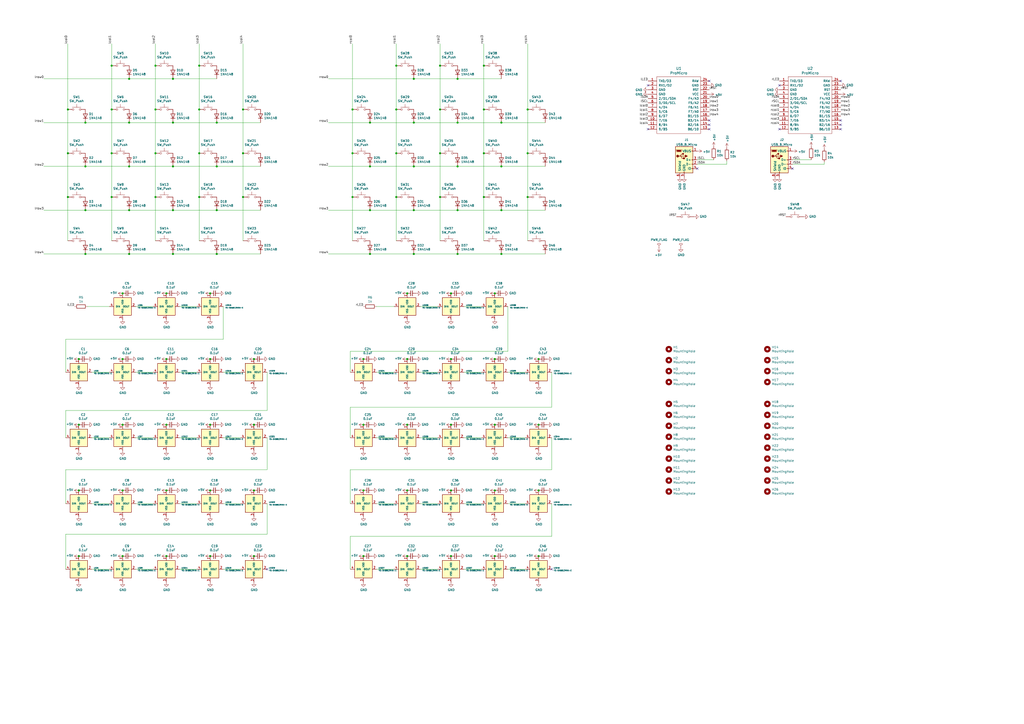
<source format=kicad_sch>
(kicad_sch (version 20210621) (generator eeschema)
  (paper "A2")
  (junction (at 39.37 63.5) (diameter 1.016))
  (junction (at 39.37 88.9) (diameter 1.016))
  (junction (at 39.37 114.3) (diameter 1.016))
  (junction (at 45.72 208.28) (diameter 1.016))
  (junction (at 45.72 246.38) (diameter 1.016))
  (junction (at 45.72 284.48) (diameter 1.016))
  (junction (at 45.72 322.58) (diameter 1.016))
  (junction (at 49.53 71.12) (diameter 1.016))
  (junction (at 49.53 96.52) (diameter 1.016))
  (junction (at 49.53 121.92) (diameter 1.016))
  (junction (at 49.53 147.32) (diameter 1.016))
  (junction (at 64.77 38.1) (diameter 1.016))
  (junction (at 64.77 63.5) (diameter 1.016))
  (junction (at 64.77 88.9) (diameter 1.016))
  (junction (at 64.77 114.3) (diameter 1.016))
  (junction (at 71.12 170.18) (diameter 1.016))
  (junction (at 71.12 208.28) (diameter 1.016))
  (junction (at 71.12 246.38) (diameter 1.016))
  (junction (at 71.12 284.48) (diameter 1.016))
  (junction (at 71.12 322.58) (diameter 1.016))
  (junction (at 74.93 45.72) (diameter 1.016))
  (junction (at 74.93 71.12) (diameter 1.016))
  (junction (at 74.93 96.52) (diameter 1.016))
  (junction (at 74.93 121.92) (diameter 1.016))
  (junction (at 74.93 147.32) (diameter 1.016))
  (junction (at 90.17 38.1) (diameter 1.016))
  (junction (at 90.17 63.5) (diameter 1.016))
  (junction (at 90.17 88.9) (diameter 1.016))
  (junction (at 90.17 114.3) (diameter 1.016))
  (junction (at 96.52 170.18) (diameter 1.016))
  (junction (at 96.52 208.28) (diameter 1.016))
  (junction (at 96.52 246.38) (diameter 1.016))
  (junction (at 96.52 284.48) (diameter 1.016))
  (junction (at 96.52 322.58) (diameter 1.016))
  (junction (at 100.33 45.72) (diameter 1.016))
  (junction (at 100.33 71.12) (diameter 1.016))
  (junction (at 100.33 96.52) (diameter 1.016))
  (junction (at 100.33 121.92) (diameter 1.016))
  (junction (at 100.33 147.32) (diameter 1.016))
  (junction (at 115.57 38.1) (diameter 1.016))
  (junction (at 115.57 63.5) (diameter 1.016))
  (junction (at 115.57 88.9) (diameter 1.016))
  (junction (at 115.57 114.3) (diameter 1.016))
  (junction (at 121.92 170.18) (diameter 1.016))
  (junction (at 121.92 208.28) (diameter 1.016))
  (junction (at 121.92 246.38) (diameter 1.016))
  (junction (at 121.92 284.48) (diameter 1.016))
  (junction (at 121.92 322.58) (diameter 1.016))
  (junction (at 125.73 71.12) (diameter 1.016))
  (junction (at 125.73 96.52) (diameter 1.016))
  (junction (at 125.73 121.92) (diameter 1.016))
  (junction (at 125.73 147.32) (diameter 1.016))
  (junction (at 140.97 63.5) (diameter 1.016))
  (junction (at 140.97 88.9) (diameter 1.016))
  (junction (at 140.97 114.3) (diameter 1.016))
  (junction (at 147.32 208.28) (diameter 1.016))
  (junction (at 147.32 246.38) (diameter 1.016))
  (junction (at 147.32 284.48) (diameter 1.016))
  (junction (at 147.32 322.58) (diameter 1.016))
  (junction (at 204.47 63.5) (diameter 1.016))
  (junction (at 204.47 88.9) (diameter 1.016))
  (junction (at 204.47 114.3) (diameter 1.016))
  (junction (at 210.82 208.28) (diameter 1.016))
  (junction (at 210.82 246.38) (diameter 1.016))
  (junction (at 210.82 284.48) (diameter 1.016))
  (junction (at 210.82 322.58) (diameter 1.016))
  (junction (at 214.63 71.12) (diameter 1.016))
  (junction (at 214.63 96.52) (diameter 1.016))
  (junction (at 214.63 121.92) (diameter 1.016))
  (junction (at 214.63 147.32) (diameter 1.016))
  (junction (at 229.87 38.1) (diameter 1.016))
  (junction (at 229.87 63.5) (diameter 1.016))
  (junction (at 229.87 88.9) (diameter 1.016))
  (junction (at 229.87 114.3) (diameter 1.016))
  (junction (at 236.22 170.18) (diameter 1.016))
  (junction (at 236.22 208.28) (diameter 1.016))
  (junction (at 236.22 246.38) (diameter 1.016))
  (junction (at 236.22 284.48) (diameter 1.016))
  (junction (at 236.22 322.58) (diameter 1.016))
  (junction (at 240.03 45.72) (diameter 1.016))
  (junction (at 240.03 71.12) (diameter 1.016))
  (junction (at 240.03 96.52) (diameter 1.016))
  (junction (at 240.03 121.92) (diameter 1.016))
  (junction (at 240.03 147.32) (diameter 1.016))
  (junction (at 255.27 38.1) (diameter 1.016))
  (junction (at 255.27 63.5) (diameter 1.016))
  (junction (at 255.27 88.9) (diameter 1.016))
  (junction (at 255.27 114.3) (diameter 1.016))
  (junction (at 261.62 170.18) (diameter 1.016))
  (junction (at 261.62 208.28) (diameter 1.016))
  (junction (at 261.62 246.38) (diameter 1.016))
  (junction (at 261.62 284.48) (diameter 1.016))
  (junction (at 261.62 322.58) (diameter 1.016))
  (junction (at 265.43 45.72) (diameter 1.016))
  (junction (at 265.43 71.12) (diameter 1.016))
  (junction (at 265.43 96.52) (diameter 1.016))
  (junction (at 265.43 121.92) (diameter 1.016))
  (junction (at 265.43 147.32) (diameter 1.016))
  (junction (at 280.67 38.1) (diameter 1.016))
  (junction (at 280.67 63.5) (diameter 1.016))
  (junction (at 280.67 88.9) (diameter 1.016))
  (junction (at 280.67 114.3) (diameter 1.016))
  (junction (at 287.02 170.18) (diameter 1.016))
  (junction (at 287.02 208.28) (diameter 1.016))
  (junction (at 287.02 246.38) (diameter 1.016))
  (junction (at 287.02 284.48) (diameter 1.016))
  (junction (at 287.02 322.58) (diameter 1.016))
  (junction (at 290.83 71.12) (diameter 1.016))
  (junction (at 290.83 96.52) (diameter 1.016))
  (junction (at 290.83 121.92) (diameter 1.016))
  (junction (at 290.83 147.32) (diameter 1.016))
  (junction (at 306.07 63.5) (diameter 1.016))
  (junction (at 306.07 88.9) (diameter 1.016))
  (junction (at 306.07 114.3) (diameter 1.016))
  (junction (at 312.42 208.28) (diameter 1.016))
  (junction (at 312.42 246.38) (diameter 1.016))
  (junction (at 312.42 284.48) (diameter 1.016))
  (junction (at 312.42 322.58) (diameter 1.016))
  (no_connect (at 154.94 330.2))
  (no_connect (at 320.04 330.2))
  (no_connect (at 375.92 49.53))
  (no_connect (at 375.92 74.93))
  (no_connect (at 404.495 97.79))
  (no_connect (at 411.48 46.99))
  (no_connect (at 411.48 69.85))
  (no_connect (at 411.48 72.39))
  (no_connect (at 411.48 74.93))
  (no_connect (at 452.12 49.53))
  (no_connect (at 452.12 74.93))
  (no_connect (at 459.74 97.79))
  (no_connect (at 487.68 46.99))
  (no_connect (at 487.68 69.85))
  (no_connect (at 487.68 72.39))
  (no_connect (at 487.68 74.93))
  (wire (pts (xy 25.4 45.72) (xy 74.93 45.72)))
  (wire (pts (xy 38.1 196.85) (xy 38.1 215.9)))
  (wire (pts (xy 38.1 238.125) (xy 38.1 254)))
  (wire (pts (xy 38.1 272.415) (xy 38.1 292.1)))
  (wire (pts (xy 38.1 309.88) (xy 38.1 330.2)))
  (wire (pts (xy 39.37 25.4) (xy 39.37 63.5)))
  (wire (pts (xy 39.37 63.5) (xy 39.37 88.9)))
  (wire (pts (xy 39.37 88.9) (xy 39.37 114.3)))
  (wire (pts (xy 39.37 114.3) (xy 39.37 139.7)))
  (wire (pts (xy 49.53 71.12) (xy 25.4 71.12)))
  (wire (pts (xy 49.53 71.12) (xy 74.93 71.12)))
  (wire (pts (xy 49.53 96.52) (xy 25.4 96.52)))
  (wire (pts (xy 49.53 96.52) (xy 74.93 96.52)))
  (wire (pts (xy 49.53 121.92) (xy 25.4 121.92)))
  (wire (pts (xy 49.53 121.92) (xy 74.93 121.92)))
  (wire (pts (xy 49.53 147.32) (xy 25.4 147.32)))
  (wire (pts (xy 49.53 147.32) (xy 74.93 147.32)))
  (wire (pts (xy 50.8 177.8) (xy 63.5 177.8)))
  (wire (pts (xy 53.34 215.9) (xy 63.5 215.9)))
  (wire (pts (xy 53.34 254) (xy 63.5 254)))
  (wire (pts (xy 53.34 292.1) (xy 63.5 292.1)))
  (wire (pts (xy 53.34 330.2) (xy 63.5 330.2)))
  (wire (pts (xy 64.77 25.4) (xy 64.77 38.1)))
  (wire (pts (xy 64.77 38.1) (xy 64.77 63.5)))
  (wire (pts (xy 64.77 63.5) (xy 64.77 88.9)))
  (wire (pts (xy 64.77 88.9) (xy 64.77 114.3)))
  (wire (pts (xy 64.77 114.3) (xy 64.77 139.7)))
  (wire (pts (xy 74.93 45.72) (xy 100.33 45.72)))
  (wire (pts (xy 74.93 71.12) (xy 100.33 71.12)))
  (wire (pts (xy 74.93 96.52) (xy 100.33 96.52)))
  (wire (pts (xy 74.93 121.92) (xy 100.33 121.92)))
  (wire (pts (xy 74.93 147.32) (xy 100.33 147.32)))
  (wire (pts (xy 78.74 177.8) (xy 88.9 177.8)))
  (wire (pts (xy 78.74 215.9) (xy 88.9 215.9)))
  (wire (pts (xy 78.74 254) (xy 88.9 254)))
  (wire (pts (xy 78.74 292.1) (xy 88.9 292.1)))
  (wire (pts (xy 78.74 330.2) (xy 88.9 330.2)))
  (wire (pts (xy 90.17 25.4) (xy 90.17 38.1)))
  (wire (pts (xy 90.17 38.1) (xy 90.17 63.5)))
  (wire (pts (xy 90.17 63.5) (xy 90.17 88.9)))
  (wire (pts (xy 90.17 88.9) (xy 90.17 114.3)))
  (wire (pts (xy 90.17 114.3) (xy 90.17 139.7)))
  (wire (pts (xy 100.33 45.72) (xy 125.73 45.72)))
  (wire (pts (xy 100.33 71.12) (xy 125.73 71.12)))
  (wire (pts (xy 100.33 96.52) (xy 125.73 96.52)))
  (wire (pts (xy 100.33 121.92) (xy 125.73 121.92)))
  (wire (pts (xy 100.33 147.32) (xy 125.73 147.32)))
  (wire (pts (xy 104.14 177.8) (xy 114.3 177.8)))
  (wire (pts (xy 104.14 215.9) (xy 114.3 215.9)))
  (wire (pts (xy 104.14 254) (xy 114.3 254)))
  (wire (pts (xy 104.14 292.1) (xy 114.3 292.1)))
  (wire (pts (xy 104.14 330.2) (xy 114.3 330.2)))
  (wire (pts (xy 115.57 25.4) (xy 115.57 38.1)))
  (wire (pts (xy 115.57 38.1) (xy 115.57 63.5)))
  (wire (pts (xy 115.57 63.5) (xy 115.57 88.9)))
  (wire (pts (xy 115.57 88.9) (xy 115.57 114.3)))
  (wire (pts (xy 115.57 114.3) (xy 115.57 139.7)))
  (wire (pts (xy 125.73 71.12) (xy 151.13 71.12)))
  (wire (pts (xy 125.73 96.52) (xy 151.13 96.52)))
  (wire (pts (xy 125.73 121.92) (xy 151.13 121.92)))
  (wire (pts (xy 125.73 147.32) (xy 151.13 147.32)))
  (wire (pts (xy 129.54 177.8) (xy 129.54 196.85)))
  (wire (pts (xy 129.54 196.85) (xy 38.1 196.85)))
  (wire (pts (xy 129.54 215.9) (xy 139.7 215.9)))
  (wire (pts (xy 129.54 254) (xy 139.7 254)))
  (wire (pts (xy 129.54 292.1) (xy 139.7 292.1)))
  (wire (pts (xy 129.54 330.2) (xy 139.7 330.2)))
  (wire (pts (xy 140.97 25.4) (xy 140.97 63.5)))
  (wire (pts (xy 140.97 63.5) (xy 140.97 88.9)))
  (wire (pts (xy 140.97 88.9) (xy 140.97 114.3)))
  (wire (pts (xy 140.97 114.3) (xy 140.97 139.7)))
  (wire (pts (xy 154.94 215.9) (xy 154.94 238.125)))
  (wire (pts (xy 154.94 238.125) (xy 38.1 238.125)))
  (wire (pts (xy 154.94 254) (xy 154.94 272.415)))
  (wire (pts (xy 154.94 272.415) (xy 38.1 272.415)))
  (wire (pts (xy 154.94 292.1) (xy 154.94 309.88)))
  (wire (pts (xy 154.94 309.88) (xy 38.1 309.88)))
  (wire (pts (xy 190.5 45.72) (xy 240.03 45.72)))
  (wire (pts (xy 203.2 203.835) (xy 203.2 215.9)))
  (wire (pts (xy 203.2 236.22) (xy 203.2 254)))
  (wire (pts (xy 203.2 272.415) (xy 203.2 292.1)))
  (wire (pts (xy 203.2 311.15) (xy 203.2 330.2)))
  (wire (pts (xy 204.47 25.4) (xy 204.47 63.5)))
  (wire (pts (xy 204.47 63.5) (xy 204.47 88.9)))
  (wire (pts (xy 204.47 88.9) (xy 204.47 114.3)))
  (wire (pts (xy 204.47 114.3) (xy 204.47 139.7)))
  (wire (pts (xy 214.63 71.12) (xy 190.5 71.12)))
  (wire (pts (xy 214.63 71.12) (xy 240.03 71.12)))
  (wire (pts (xy 214.63 96.52) (xy 190.5 96.52)))
  (wire (pts (xy 214.63 96.52) (xy 240.03 96.52)))
  (wire (pts (xy 214.63 121.92) (xy 190.5 121.92)))
  (wire (pts (xy 214.63 121.92) (xy 240.03 121.92)))
  (wire (pts (xy 214.63 147.32) (xy 190.5 147.32)))
  (wire (pts (xy 214.63 147.32) (xy 240.03 147.32)))
  (wire (pts (xy 218.44 177.8) (xy 228.6 177.8)))
  (wire (pts (xy 218.44 215.9) (xy 228.6 215.9)))
  (wire (pts (xy 218.44 254) (xy 228.6 254)))
  (wire (pts (xy 218.44 292.1) (xy 228.6 292.1)))
  (wire (pts (xy 218.44 330.2) (xy 228.6 330.2)))
  (wire (pts (xy 229.87 25.4) (xy 229.87 38.1)))
  (wire (pts (xy 229.87 38.1) (xy 229.87 63.5)))
  (wire (pts (xy 229.87 63.5) (xy 229.87 88.9)))
  (wire (pts (xy 229.87 88.9) (xy 229.87 114.3)))
  (wire (pts (xy 229.87 114.3) (xy 229.87 139.7)))
  (wire (pts (xy 240.03 45.72) (xy 265.43 45.72)))
  (wire (pts (xy 240.03 71.12) (xy 265.43 71.12)))
  (wire (pts (xy 240.03 96.52) (xy 265.43 96.52)))
  (wire (pts (xy 240.03 121.92) (xy 265.43 121.92)))
  (wire (pts (xy 240.03 147.32) (xy 265.43 147.32)))
  (wire (pts (xy 243.84 177.8) (xy 254 177.8)))
  (wire (pts (xy 243.84 215.9) (xy 254 215.9)))
  (wire (pts (xy 243.84 254) (xy 254 254)))
  (wire (pts (xy 243.84 292.1) (xy 254 292.1)))
  (wire (pts (xy 243.84 330.2) (xy 254 330.2)))
  (wire (pts (xy 255.27 25.4) (xy 255.27 38.1)))
  (wire (pts (xy 255.27 38.1) (xy 255.27 63.5)))
  (wire (pts (xy 255.27 63.5) (xy 255.27 88.9)))
  (wire (pts (xy 255.27 88.9) (xy 255.27 114.3)))
  (wire (pts (xy 255.27 114.3) (xy 255.27 139.7)))
  (wire (pts (xy 265.43 45.72) (xy 290.83 45.72)))
  (wire (pts (xy 265.43 71.12) (xy 290.83 71.12)))
  (wire (pts (xy 265.43 96.52) (xy 290.83 96.52)))
  (wire (pts (xy 265.43 121.92) (xy 290.83 121.92)))
  (wire (pts (xy 265.43 147.32) (xy 290.83 147.32)))
  (wire (pts (xy 269.24 177.8) (xy 279.4 177.8)))
  (wire (pts (xy 269.24 215.9) (xy 279.4 215.9)))
  (wire (pts (xy 269.24 254) (xy 279.4 254)))
  (wire (pts (xy 269.24 292.1) (xy 279.4 292.1)))
  (wire (pts (xy 269.24 330.2) (xy 279.4 330.2)))
  (wire (pts (xy 280.67 25.4) (xy 280.67 38.1)))
  (wire (pts (xy 280.67 38.1) (xy 280.67 63.5)))
  (wire (pts (xy 280.67 63.5) (xy 280.67 88.9)))
  (wire (pts (xy 280.67 88.9) (xy 280.67 114.3)))
  (wire (pts (xy 280.67 114.3) (xy 280.67 139.7)))
  (wire (pts (xy 290.83 71.12) (xy 316.23 71.12)))
  (wire (pts (xy 290.83 96.52) (xy 316.23 96.52)))
  (wire (pts (xy 290.83 121.92) (xy 316.23 121.92)))
  (wire (pts (xy 290.83 147.32) (xy 316.23 147.32)))
  (wire (pts (xy 294.64 177.8) (xy 294.64 203.835)))
  (wire (pts (xy 294.64 203.835) (xy 203.2 203.835)))
  (wire (pts (xy 294.64 215.9) (xy 304.8 215.9)))
  (wire (pts (xy 294.64 254) (xy 304.8 254)))
  (wire (pts (xy 294.64 292.1) (xy 304.8 292.1)))
  (wire (pts (xy 294.64 330.2) (xy 304.8 330.2)))
  (wire (pts (xy 306.07 25.4) (xy 306.07 63.5)))
  (wire (pts (xy 306.07 63.5) (xy 306.07 88.9)))
  (wire (pts (xy 306.07 88.9) (xy 306.07 114.3)))
  (wire (pts (xy 306.07 114.3) (xy 306.07 139.7)))
  (wire (pts (xy 320.04 215.9) (xy 320.04 236.22)))
  (wire (pts (xy 320.04 236.22) (xy 203.2 236.22)))
  (wire (pts (xy 320.04 254) (xy 320.04 272.415)))
  (wire (pts (xy 320.04 272.415) (xy 203.2 272.415)))
  (wire (pts (xy 320.04 292.1) (xy 320.04 311.15)))
  (wire (pts (xy 320.04 311.15) (xy 203.2 311.15)))
  (wire (pts (xy 404.495 92.71) (xy 414.02 92.71)))
  (wire (pts (xy 404.495 95.25) (xy 421.64 95.25)))
  (wire (pts (xy 421.64 95.25) (xy 421.64 93.345)))
  (wire (pts (xy 459.74 92.71) (xy 470.535 92.71)))
  (wire (pts (xy 459.74 95.25) (xy 478.155 95.25)))
  (wire (pts (xy 478.155 95.25) (xy 478.155 93.98)))
  (label "lrow0" (at 25.4 45.72 180))
  (label "lrow1" (at 25.4 71.12 180))
  (label "lrow2" (at 25.4 96.52 180))
  (label "lrow3" (at 25.4 121.92 180))
  (label "lrow4" (at 25.4 147.32 180))
  (label "lcol0" (at 39.37 25.4 90))
  (label "lLED" (at 43.18 177.8 180))
  (label "lcol1" (at 64.77 25.4 90))
  (label "lcol2" (at 90.17 25.4 90))
  (label "lcol3" (at 115.57 25.4 90))
  (label "lcol4" (at 140.97 25.4 90))
  (label "rrow0" (at 190.5 45.72 180))
  (label "rrow1" (at 190.5 71.12 180))
  (label "rrow2" (at 190.5 96.52 180))
  (label "rrow3" (at 190.5 121.92 180))
  (label "rrow4" (at 190.5 147.32 180))
  (label "rcol0" (at 204.47 25.4 90))
  (label "rLED" (at 210.82 177.8 180))
  (label "rcol1" (at 229.87 25.4 90))
  (label "rcol2" (at 255.27 25.4 90))
  (label "rcol3" (at 280.67 25.4 90))
  (label "rcol4" (at 306.07 25.4 90))
  (label "lLED" (at 375.92 46.99 180))
  (label "lSDA" (at 375.92 57.15 180))
  (label "lSCL" (at 375.92 59.69 180))
  (label "lcol0" (at 375.92 62.23 180))
  (label "lcol1" (at 375.92 64.77 180))
  (label "lcol2" (at 375.92 67.31 180))
  (label "lcol3" (at 375.92 69.85 180))
  (label "lcol4" (at 375.92 72.39 180))
  (label "lRST" (at 392.43 125.73 180))
  (label "lSCL" (at 404.495 92.71 0))
  (label "lSDA" (at 404.495 95.25 0))
  (label "lRST" (at 411.48 52.07 0))
  (label "lrow0" (at 411.48 57.15 0))
  (label "lrow1" (at 411.48 59.69 0))
  (label "lrow2" (at 411.48 62.23 0))
  (label "lrow3" (at 411.48 64.77 0))
  (label "lrow4" (at 411.48 67.31 0))
  (label "rLED" (at 452.12 46.99 180))
  (label "rSDA" (at 452.12 57.15 180))
  (label "rSCL" (at 452.12 59.69 180))
  (label "rcol0" (at 452.12 62.23 180))
  (label "rcol1" (at 452.12 64.77 180))
  (label "rcol2" (at 452.12 67.31 180))
  (label "rcol3" (at 452.12 69.85 180))
  (label "rcol4" (at 452.12 72.39 180))
  (label "rRST" (at 455.93 125.73 180))
  (label "rSCL" (at 459.74 92.71 0))
  (label "rSDA" (at 459.74 95.25 0))
  (label "rRST" (at 487.68 52.07 0))
  (label "rrow0" (at 487.68 57.15 0))
  (label "rrow1" (at 487.68 59.69 0))
  (label "rrow2" (at 487.68 62.23 0))
  (label "rrow3" (at 487.68 64.77 0))
  (label "rrow4" (at 487.68 67.31 0))
  (symbol (lib_id "power:+5V") (at 45.72 208.28 90) (unit 1)
    (property "Reference" "#PWR01" (effects hide))
    (property "Value" "+5V" (at 42.4688 207.899 90) (effects (justify left)))
  )
  (symbol (lib_id "power:+5V") (at 45.72 246.38 90) (unit 1)
    (property "Reference" "#PWR03" (effects hide))
    (property "Value" "+5V" (at 42.4688 245.999 90) (effects (justify left)))
  )
  (symbol (lib_id "power:+5V") (at 45.72 284.48 90) (unit 1)
    (property "Reference" "#PWR05" (effects hide))
    (property "Value" "+5V" (at 42.4688 284.099 90) (effects (justify left)))
  )
  (symbol (lib_id "power:+5V") (at 45.72 322.58 90) (unit 1)
    (property "Reference" "#PWR07" (effects hide))
    (property "Value" "+5V" (at 42.4688 322.199 90) (effects (justify left)))
  )
  (symbol (lib_id "power:+5V") (at 71.12 170.18 90) (unit 1)
    (property "Reference" "#PWR013" (effects hide))
    (property "Value" "+5V" (at 67.8688 169.799 90) (effects (justify left)))
  )
  (symbol (lib_id "power:+5V") (at 71.12 208.28 90) (unit 1)
    (property "Reference" "#PWR015" (effects hide))
    (property "Value" "+5V" (at 67.8688 207.899 90) (effects (justify left)))
  )
  (symbol (lib_id "power:+5V") (at 71.12 246.38 90) (unit 1)
    (property "Reference" "#PWR017" (effects hide))
    (property "Value" "+5V" (at 67.8688 245.999 90) (effects (justify left)))
  )
  (symbol (lib_id "power:+5V") (at 71.12 284.48 90) (unit 1)
    (property "Reference" "#PWR019" (effects hide))
    (property "Value" "+5V" (at 67.8688 284.099 90) (effects (justify left)))
  )
  (symbol (lib_id "power:+5V") (at 71.12 322.58 90) (unit 1)
    (property "Reference" "#PWR021" (effects hide))
    (property "Value" "+5V" (at 67.8688 322.199 90) (effects (justify left)))
  )
  (symbol (lib_id "power:+5V") (at 96.52 170.18 90) (unit 1)
    (property "Reference" "#PWR028" (effects hide))
    (property "Value" "+5V" (at 93.2688 169.799 90) (effects (justify left)))
  )
  (symbol (lib_id "power:+5V") (at 96.52 208.28 90) (unit 1)
    (property "Reference" "#PWR030" (effects hide))
    (property "Value" "+5V" (at 93.2688 207.899 90) (effects (justify left)))
  )
  (symbol (lib_id "power:+5V") (at 96.52 246.38 90) (unit 1)
    (property "Reference" "#PWR032" (effects hide))
    (property "Value" "+5V" (at 93.2688 245.999 90) (effects (justify left)))
  )
  (symbol (lib_id "power:+5V") (at 96.52 284.48 90) (unit 1)
    (property "Reference" "#PWR034" (effects hide))
    (property "Value" "+5V" (at 93.2688 284.099 90) (effects (justify left)))
  )
  (symbol (lib_id "power:+5V") (at 96.52 322.58 90) (unit 1)
    (property "Reference" "#PWR036" (effects hide))
    (property "Value" "+5V" (at 93.2688 322.199 90) (effects (justify left)))
  )
  (symbol (lib_id "power:+5V") (at 121.92 170.18 90) (unit 1)
    (property "Reference" "#PWR039" (effects hide))
    (property "Value" "+5V" (at 118.6688 169.799 90) (effects (justify left)))
  )
  (symbol (lib_id "power:+5V") (at 121.92 208.28 90) (unit 1)
    (property "Reference" "#PWR041" (effects hide))
    (property "Value" "+5V" (at 118.6688 207.899 90) (effects (justify left)))
  )
  (symbol (lib_id "power:+5V") (at 121.92 246.38 90) (unit 1)
    (property "Reference" "#PWR043" (effects hide))
    (property "Value" "+5V" (at 118.6688 245.999 90) (effects (justify left)))
  )
  (symbol (lib_id "power:+5V") (at 121.92 284.48 90) (unit 1)
    (property "Reference" "#PWR045" (effects hide))
    (property "Value" "+5V" (at 118.6688 284.099 90) (effects (justify left)))
  )
  (symbol (lib_id "power:+5V") (at 121.92 322.58 90) (unit 1)
    (property "Reference" "#PWR047" (effects hide))
    (property "Value" "+5V" (at 118.6688 322.199 90) (effects (justify left)))
  )
  (symbol (lib_id "power:+5V") (at 147.32 208.28 90) (unit 1)
    (property "Reference" "#PWR054" (effects hide))
    (property "Value" "+5V" (at 144.0688 207.899 90) (effects (justify left)))
  )
  (symbol (lib_id "power:+5V") (at 147.32 246.38 90) (unit 1)
    (property "Reference" "#PWR056" (effects hide))
    (property "Value" "+5V" (at 144.0688 245.999 90) (effects (justify left)))
  )
  (symbol (lib_id "power:+5V") (at 147.32 284.48 90) (unit 1)
    (property "Reference" "#PWR058" (effects hide))
    (property "Value" "+5V" (at 144.0688 284.099 90) (effects (justify left)))
  )
  (symbol (lib_id "power:+5V") (at 147.32 322.58 90) (unit 1)
    (property "Reference" "#PWR060" (effects hide))
    (property "Value" "+5V" (at 144.0688 322.199 90) (effects (justify left)))
  )
  (symbol (lib_id "power:+5V") (at 210.82 208.28 90) (unit 1)
    (property "Reference" "#PWR062" (effects hide))
    (property "Value" "+5V" (at 207.5688 207.899 90) (effects (justify left)))
  )
  (symbol (lib_id "power:+5V") (at 210.82 246.38 90) (unit 1)
    (property "Reference" "#PWR064" (effects hide))
    (property "Value" "+5V" (at 207.5688 245.999 90) (effects (justify left)))
  )
  (symbol (lib_id "power:+5V") (at 210.82 284.48 90) (unit 1)
    (property "Reference" "#PWR066" (effects hide))
    (property "Value" "+5V" (at 207.5688 284.099 90) (effects (justify left)))
  )
  (symbol (lib_id "power:+5V") (at 210.82 322.58 90) (unit 1)
    (property "Reference" "#PWR068" (effects hide))
    (property "Value" "+5V" (at 207.5688 322.199 90) (effects (justify left)))
  )
  (symbol (lib_id "power:+5V") (at 236.22 170.18 90) (unit 1)
    (property "Reference" "#PWR074" (effects hide))
    (property "Value" "+5V" (at 232.9688 169.799 90) (effects (justify left)))
  )
  (symbol (lib_id "power:+5V") (at 236.22 208.28 90) (unit 1)
    (property "Reference" "#PWR076" (effects hide))
    (property "Value" "+5V" (at 232.9688 207.899 90) (effects (justify left)))
  )
  (symbol (lib_id "power:+5V") (at 236.22 246.38 90) (unit 1)
    (property "Reference" "#PWR078" (effects hide))
    (property "Value" "+5V" (at 232.9688 245.999 90) (effects (justify left)))
  )
  (symbol (lib_id "power:+5V") (at 236.22 284.48 90) (unit 1)
    (property "Reference" "#PWR080" (effects hide))
    (property "Value" "+5V" (at 232.9688 284.099 90) (effects (justify left)))
  )
  (symbol (lib_id "power:+5V") (at 236.22 322.58 90) (unit 1)
    (property "Reference" "#PWR082" (effects hide))
    (property "Value" "+5V" (at 232.9688 322.199 90) (effects (justify left)))
  )
  (symbol (lib_id "power:+5V") (at 261.62 170.18 90) (unit 1)
    (property "Reference" "#PWR089" (effects hide))
    (property "Value" "+5V" (at 258.3688 169.799 90) (effects (justify left)))
  )
  (symbol (lib_id "power:+5V") (at 261.62 208.28 90) (unit 1)
    (property "Reference" "#PWR091" (effects hide))
    (property "Value" "+5V" (at 258.3688 207.899 90) (effects (justify left)))
  )
  (symbol (lib_id "power:+5V") (at 261.62 246.38 90) (unit 1)
    (property "Reference" "#PWR093" (effects hide))
    (property "Value" "+5V" (at 258.3688 245.999 90) (effects (justify left)))
  )
  (symbol (lib_id "power:+5V") (at 261.62 284.48 90) (unit 1)
    (property "Reference" "#PWR095" (effects hide))
    (property "Value" "+5V" (at 258.3688 284.099 90) (effects (justify left)))
  )
  (symbol (lib_id "power:+5V") (at 261.62 322.58 90) (unit 1)
    (property "Reference" "#PWR097" (effects hide))
    (property "Value" "+5V" (at 258.3688 322.199 90) (effects (justify left)))
  )
  (symbol (lib_id "power:+5V") (at 287.02 170.18 90) (unit 1)
    (property "Reference" "#PWR0100" (effects hide))
    (property "Value" "+5V" (at 283.7688 169.799 90) (effects (justify left)))
  )
  (symbol (lib_id "power:+5V") (at 287.02 208.28 90) (unit 1)
    (property "Reference" "#PWR0102" (effects hide))
    (property "Value" "+5V" (at 283.7688 207.899 90) (effects (justify left)))
  )
  (symbol (lib_id "power:+5V") (at 287.02 246.38 90) (unit 1)
    (property "Reference" "#PWR0104" (effects hide))
    (property "Value" "+5V" (at 283.7688 245.999 90) (effects (justify left)))
  )
  (symbol (lib_id "power:+5V") (at 287.02 284.48 90) (unit 1)
    (property "Reference" "#PWR0106" (effects hide))
    (property "Value" "+5V" (at 283.7688 284.099 90) (effects (justify left)))
  )
  (symbol (lib_id "power:+5V") (at 287.02 322.58 90) (unit 1)
    (property "Reference" "#PWR0108" (effects hide))
    (property "Value" "+5V" (at 283.7688 322.199 90) (effects (justify left)))
  )
  (symbol (lib_id "power:+5V") (at 312.42 208.28 90) (unit 1)
    (property "Reference" "#PWR0114" (effects hide))
    (property "Value" "+5V" (at 309.1688 207.899 90) (effects (justify left)))
  )
  (symbol (lib_id "power:+5V") (at 312.42 246.38 90) (unit 1)
    (property "Reference" "#PWR0116" (effects hide))
    (property "Value" "+5V" (at 309.1688 245.999 90) (effects (justify left)))
  )
  (symbol (lib_id "power:+5V") (at 312.42 284.48 90) (unit 1)
    (property "Reference" "#PWR0118" (effects hide))
    (property "Value" "+5V" (at 309.1688 284.099 90) (effects (justify left)))
  )
  (symbol (lib_id "power:+5V") (at 312.42 322.58 90) (unit 1)
    (property "Reference" "#PWR0120" (effects hide))
    (property "Value" "+5V" (at 309.1688 322.199 90) (effects (justify left)))
  )
  (symbol (lib_id "power:+5V") (at 382.27 143.51 180) (unit 1)
    (property "Reference" "#PWR0124" (effects hide))
    (property "Value" "+5V" (at 381.889 147.9042 0))
  )
  (symbol (lib_id "power:+5V") (at 404.495 87.63 270) (unit 1)
    (property "Reference" "#PWR0128" (effects hide))
    (property "Value" "+5V" (at 407.7462 88.011 90) (effects (justify left)))
  )
  (symbol (lib_id "power:+5V") (at 411.48 54.61 270) (unit 1)
    (property "Reference" "#PWR0130" (effects hide))
    (property "Value" "+5V" (at 414.7312 54.991 90) (effects (justify left)))
  )
  (symbol (lib_id "power:+5V") (at 414.02 85.09 0) (unit 1)
    (property "Reference" "#PWR0131" (effects hide))
    (property "Value" "+5V" (at 414.401 81.8388 90) (effects (justify left)))
  )
  (symbol (lib_id "power:+5V") (at 421.64 85.725 0) (unit 1)
    (property "Reference" "#PWR0132" (effects hide))
    (property "Value" "+5V" (at 422.021 82.4738 90) (effects (justify left)))
  )
  (symbol (lib_id "power:+5V") (at 459.74 87.63 270) (unit 1)
    (property "Reference" "#PWR0136" (effects hide))
    (property "Value" "+5V" (at 462.9912 88.011 90) (effects (justify left)))
  )
  (symbol (lib_id "power:+5V") (at 470.535 85.09 0) (unit 1)
    (property "Reference" "#PWR0138" (effects hide))
    (property "Value" "+5V" (at 470.916 81.8388 90) (effects (justify left)))
  )
  (symbol (lib_id "power:+5V") (at 478.155 86.36 0) (unit 1)
    (property "Reference" "#PWR0139" (effects hide))
    (property "Value" "+5V" (at 478.536 83.1088 90) (effects (justify left)))
  )
  (symbol (lib_id "power:+5V") (at 487.68 54.61 270) (unit 1)
    (property "Reference" "#PWR0141" (effects hide))
    (property "Value" "+5V" (at 490.9312 54.991 90) (effects (justify left)))
  )
  (symbol (lib_id "power:PWR_FLAG") (at 382.27 143.51 0) (unit 1)
    (property "Reference" "#FLG01" (effects hide))
    (property "Value" "PWR_FLAG" (at 382.27 139.1158 0))
  )
  (symbol (lib_id "power:PWR_FLAG") (at 394.97 143.51 0) (unit 1)
    (property "Reference" "#FLG02" (effects hide))
    (property "Value" "PWR_FLAG" (at 394.97 139.1158 0))
  )
  (symbol (lib_id "power:GND") (at 45.72 223.52 0) (unit 1)
    (property "Reference" "#PWR02" (effects hide))
    (property "Value" "GND" (at 45.847 227.9142 0))
  )
  (symbol (lib_id "power:GND") (at 45.72 261.62 0) (unit 1)
    (property "Reference" "#PWR04" (effects hide))
    (property "Value" "GND" (at 45.847 266.0142 0))
  )
  (symbol (lib_id "power:GND") (at 45.72 299.72 0) (unit 1)
    (property "Reference" "#PWR06" (effects hide))
    (property "Value" "GND" (at 45.847 304.1142 0))
  )
  (symbol (lib_id "power:GND") (at 45.72 337.82 0) (unit 1)
    (property "Reference" "#PWR08" (effects hide))
    (property "Value" "GND" (at 45.847 342.2142 0))
  )
  (symbol (lib_id "power:GND") (at 50.8 208.28 90) (unit 1)
    (property "Reference" "#PWR09" (effects hide))
    (property "Value" "GND" (at 54.0512 208.153 90) (effects (justify right)))
  )
  (symbol (lib_id "power:GND") (at 50.8 246.38 90) (unit 1)
    (property "Reference" "#PWR010" (effects hide))
    (property "Value" "GND" (at 54.0512 246.253 90) (effects (justify right)))
  )
  (symbol (lib_id "power:GND") (at 50.8 284.48 90) (unit 1)
    (property "Reference" "#PWR011" (effects hide))
    (property "Value" "GND" (at 54.0512 284.353 90) (effects (justify right)))
  )
  (symbol (lib_id "power:GND") (at 50.8 322.58 90) (unit 1)
    (property "Reference" "#PWR012" (effects hide))
    (property "Value" "GND" (at 54.0512 322.453 90) (effects (justify right)))
  )
  (symbol (lib_id "power:GND") (at 71.12 185.42 0) (unit 1)
    (property "Reference" "#PWR014" (effects hide))
    (property "Value" "GND" (at 71.247 189.8142 0))
  )
  (symbol (lib_id "power:GND") (at 71.12 223.52 0) (unit 1)
    (property "Reference" "#PWR016" (effects hide))
    (property "Value" "GND" (at 71.247 227.9142 0))
  )
  (symbol (lib_id "power:GND") (at 71.12 261.62 0) (unit 1)
    (property "Reference" "#PWR018" (effects hide))
    (property "Value" "GND" (at 71.247 266.0142 0))
  )
  (symbol (lib_id "power:GND") (at 71.12 299.72 0) (unit 1)
    (property "Reference" "#PWR020" (effects hide))
    (property "Value" "GND" (at 71.247 304.1142 0))
  )
  (symbol (lib_id "power:GND") (at 71.12 337.82 0) (unit 1)
    (property "Reference" "#PWR022" (effects hide))
    (property "Value" "GND" (at 71.247 342.2142 0))
  )
  (symbol (lib_id "power:GND") (at 76.2 170.18 90) (unit 1)
    (property "Reference" "#PWR023" (effects hide))
    (property "Value" "GND" (at 79.4512 170.053 90) (effects (justify right)))
  )
  (symbol (lib_id "power:GND") (at 76.2 208.28 90) (unit 1)
    (property "Reference" "#PWR024" (effects hide))
    (property "Value" "GND" (at 79.4512 208.153 90) (effects (justify right)))
  )
  (symbol (lib_id "power:GND") (at 76.2 246.38 90) (unit 1)
    (property "Reference" "#PWR025" (effects hide))
    (property "Value" "GND" (at 79.4512 246.253 90) (effects (justify right)))
  )
  (symbol (lib_id "power:GND") (at 76.2 284.48 90) (unit 1)
    (property "Reference" "#PWR026" (effects hide))
    (property "Value" "GND" (at 79.4512 284.353 90) (effects (justify right)))
  )
  (symbol (lib_id "power:GND") (at 76.2 322.58 90) (unit 1)
    (property "Reference" "#PWR027" (effects hide))
    (property "Value" "GND" (at 79.4512 322.453 90) (effects (justify right)))
  )
  (symbol (lib_id "power:GND") (at 96.52 185.42 0) (unit 1)
    (property "Reference" "#PWR029" (effects hide))
    (property "Value" "GND" (at 96.647 189.8142 0))
  )
  (symbol (lib_id "power:GND") (at 96.52 223.52 0) (unit 1)
    (property "Reference" "#PWR031" (effects hide))
    (property "Value" "GND" (at 96.647 227.9142 0))
  )
  (symbol (lib_id "power:GND") (at 96.52 261.62 0) (unit 1)
    (property "Reference" "#PWR033" (effects hide))
    (property "Value" "GND" (at 96.647 266.0142 0))
  )
  (symbol (lib_id "power:GND") (at 96.52 299.72 0) (unit 1)
    (property "Reference" "#PWR035" (effects hide))
    (property "Value" "GND" (at 96.647 304.1142 0))
  )
  (symbol (lib_id "power:GND") (at 96.52 337.82 0) (unit 1)
    (property "Reference" "#PWR037" (effects hide))
    (property "Value" "GND" (at 96.647 342.2142 0))
  )
  (symbol (lib_id "power:GND") (at 101.6 170.18 90) (unit 1)
    (property "Reference" "#PWR038" (effects hide))
    (property "Value" "GND" (at 104.8512 170.053 90) (effects (justify right)))
  )
  (symbol (lib_id "power:GND") (at 101.6 208.28 90) (unit 1)
    (property "Reference" "#PWR0147" (effects hide))
    (property "Value" "GND" (at 104.8512 208.153 90) (effects (justify right)))
  )
  (symbol (lib_id "power:GND") (at 101.6 246.38 90) (unit 1)
    (property "Reference" "#PWR0148" (effects hide))
    (property "Value" "GND" (at 104.8512 246.253 90) (effects (justify right)))
  )
  (symbol (lib_id "power:GND") (at 101.6 284.48 90) (unit 1)
    (property "Reference" "#PWR0149" (effects hide))
    (property "Value" "GND" (at 104.8512 284.353 90) (effects (justify right)))
  )
  (symbol (lib_id "power:GND") (at 101.6 322.58 90) (unit 1)
    (property "Reference" "#PWR0142" (effects hide))
    (property "Value" "GND" (at 104.8512 322.453 90) (effects (justify right)))
  )
  (symbol (lib_id "power:GND") (at 121.92 185.42 0) (unit 1)
    (property "Reference" "#PWR040" (effects hide))
    (property "Value" "GND" (at 122.047 189.8142 0))
  )
  (symbol (lib_id "power:GND") (at 121.92 223.52 0) (unit 1)
    (property "Reference" "#PWR042" (effects hide))
    (property "Value" "GND" (at 122.047 227.9142 0))
  )
  (symbol (lib_id "power:GND") (at 121.92 261.62 0) (unit 1)
    (property "Reference" "#PWR044" (effects hide))
    (property "Value" "GND" (at 122.047 266.0142 0))
  )
  (symbol (lib_id "power:GND") (at 121.92 299.72 0) (unit 1)
    (property "Reference" "#PWR046" (effects hide))
    (property "Value" "GND" (at 122.047 304.1142 0))
  )
  (symbol (lib_id "power:GND") (at 121.92 337.82 0) (unit 1)
    (property "Reference" "#PWR048" (effects hide))
    (property "Value" "GND" (at 122.047 342.2142 0))
  )
  (symbol (lib_id "power:GND") (at 127 170.18 90) (unit 1)
    (property "Reference" "#PWR049" (effects hide))
    (property "Value" "GND" (at 130.2512 170.053 90) (effects (justify right)))
  )
  (symbol (lib_id "power:GND") (at 127 208.28 90) (unit 1)
    (property "Reference" "#PWR050" (effects hide))
    (property "Value" "GND" (at 130.2512 208.153 90) (effects (justify right)))
  )
  (symbol (lib_id "power:GND") (at 127 246.38 90) (unit 1)
    (property "Reference" "#PWR051" (effects hide))
    (property "Value" "GND" (at 130.2512 246.253 90) (effects (justify right)))
  )
  (symbol (lib_id "power:GND") (at 127 284.48 90) (unit 1)
    (property "Reference" "#PWR052" (effects hide))
    (property "Value" "GND" (at 130.2512 284.353 90) (effects (justify right)))
  )
  (symbol (lib_id "power:GND") (at 127 322.58 90) (unit 1)
    (property "Reference" "#PWR053" (effects hide))
    (property "Value" "GND" (at 130.2512 322.453 90) (effects (justify right)))
  )
  (symbol (lib_id "power:GND") (at 147.32 223.52 0) (unit 1)
    (property "Reference" "#PWR055" (effects hide))
    (property "Value" "GND" (at 147.447 227.9142 0))
  )
  (symbol (lib_id "power:GND") (at 147.32 261.62 0) (unit 1)
    (property "Reference" "#PWR057" (effects hide))
    (property "Value" "GND" (at 147.447 266.0142 0))
  )
  (symbol (lib_id "power:GND") (at 147.32 299.72 0) (unit 1)
    (property "Reference" "#PWR059" (effects hide))
    (property "Value" "GND" (at 147.447 304.1142 0))
  )
  (symbol (lib_id "power:GND") (at 147.32 337.82 0) (unit 1)
    (property "Reference" "#PWR061" (effects hide))
    (property "Value" "GND" (at 147.447 342.2142 0))
  )
  (symbol (lib_id "power:GND") (at 152.4 208.28 90) (unit 1)
    (property "Reference" "#PWR0146" (effects hide))
    (property "Value" "GND" (at 155.6512 208.153 90) (effects (justify right)))
  )
  (symbol (lib_id "power:GND") (at 152.4 246.38 90) (unit 1)
    (property "Reference" "#PWR0145" (effects hide))
    (property "Value" "GND" (at 155.6512 246.253 90) (effects (justify right)))
  )
  (symbol (lib_id "power:GND") (at 152.4 284.48 90) (unit 1)
    (property "Reference" "#PWR0144" (effects hide))
    (property "Value" "GND" (at 155.6512 284.353 90) (effects (justify right)))
  )
  (symbol (lib_id "power:GND") (at 152.4 322.58 90) (unit 1)
    (property "Reference" "#PWR0143" (effects hide))
    (property "Value" "GND" (at 155.6512 322.453 90) (effects (justify right)))
  )
  (symbol (lib_id "power:GND") (at 210.82 223.52 0) (unit 1)
    (property "Reference" "#PWR063" (effects hide))
    (property "Value" "GND" (at 210.947 227.9142 0))
  )
  (symbol (lib_id "power:GND") (at 210.82 261.62 0) (unit 1)
    (property "Reference" "#PWR065" (effects hide))
    (property "Value" "GND" (at 210.947 266.0142 0))
  )
  (symbol (lib_id "power:GND") (at 210.82 299.72 0) (unit 1)
    (property "Reference" "#PWR067" (effects hide))
    (property "Value" "GND" (at 210.947 304.1142 0))
  )
  (symbol (lib_id "power:GND") (at 210.82 337.82 0) (unit 1)
    (property "Reference" "#PWR069" (effects hide))
    (property "Value" "GND" (at 210.947 342.2142 0))
  )
  (symbol (lib_id "power:GND") (at 215.9 208.28 90) (unit 1)
    (property "Reference" "#PWR070" (effects hide))
    (property "Value" "GND" (at 219.1512 208.153 90) (effects (justify right)))
  )
  (symbol (lib_id "power:GND") (at 215.9 246.38 90) (unit 1)
    (property "Reference" "#PWR071" (effects hide))
    (property "Value" "GND" (at 219.1512 246.253 90) (effects (justify right)))
  )
  (symbol (lib_id "power:GND") (at 215.9 284.48 90) (unit 1)
    (property "Reference" "#PWR072" (effects hide))
    (property "Value" "GND" (at 219.1512 284.353 90) (effects (justify right)))
  )
  (symbol (lib_id "power:GND") (at 215.9 322.58 90) (unit 1)
    (property "Reference" "#PWR073" (effects hide))
    (property "Value" "GND" (at 219.1512 322.453 90) (effects (justify right)))
  )
  (symbol (lib_id "power:GND") (at 236.22 185.42 0) (unit 1)
    (property "Reference" "#PWR075" (effects hide))
    (property "Value" "GND" (at 236.347 189.8142 0))
  )
  (symbol (lib_id "power:GND") (at 236.22 223.52 0) (unit 1)
    (property "Reference" "#PWR077" (effects hide))
    (property "Value" "GND" (at 236.347 227.9142 0))
  )
  (symbol (lib_id "power:GND") (at 236.22 261.62 0) (unit 1)
    (property "Reference" "#PWR079" (effects hide))
    (property "Value" "GND" (at 236.347 266.0142 0))
  )
  (symbol (lib_id "power:GND") (at 236.22 299.72 0) (unit 1)
    (property "Reference" "#PWR081" (effects hide))
    (property "Value" "GND" (at 236.347 304.1142 0))
  )
  (symbol (lib_id "power:GND") (at 236.22 337.82 0) (unit 1)
    (property "Reference" "#PWR083" (effects hide))
    (property "Value" "GND" (at 236.347 342.2142 0))
  )
  (symbol (lib_id "power:GND") (at 241.3 170.18 90) (unit 1)
    (property "Reference" "#PWR084" (effects hide))
    (property "Value" "GND" (at 244.5512 170.053 90) (effects (justify right)))
  )
  (symbol (lib_id "power:GND") (at 241.3 208.28 90) (unit 1)
    (property "Reference" "#PWR085" (effects hide))
    (property "Value" "GND" (at 244.5512 208.153 90) (effects (justify right)))
  )
  (symbol (lib_id "power:GND") (at 241.3 246.38 90) (unit 1)
    (property "Reference" "#PWR086" (effects hide))
    (property "Value" "GND" (at 244.5512 246.253 90) (effects (justify right)))
  )
  (symbol (lib_id "power:GND") (at 241.3 284.48 90) (unit 1)
    (property "Reference" "#PWR087" (effects hide))
    (property "Value" "GND" (at 244.5512 284.353 90) (effects (justify right)))
  )
  (symbol (lib_id "power:GND") (at 241.3 322.58 90) (unit 1)
    (property "Reference" "#PWR088" (effects hide))
    (property "Value" "GND" (at 244.5512 322.453 90) (effects (justify right)))
  )
  (symbol (lib_id "power:GND") (at 261.62 185.42 0) (unit 1)
    (property "Reference" "#PWR090" (effects hide))
    (property "Value" "GND" (at 261.747 189.8142 0))
  )
  (symbol (lib_id "power:GND") (at 261.62 223.52 0) (unit 1)
    (property "Reference" "#PWR092" (effects hide))
    (property "Value" "GND" (at 261.747 227.9142 0))
  )
  (symbol (lib_id "power:GND") (at 261.62 261.62 0) (unit 1)
    (property "Reference" "#PWR094" (effects hide))
    (property "Value" "GND" (at 261.747 266.0142 0))
  )
  (symbol (lib_id "power:GND") (at 261.62 299.72 0) (unit 1)
    (property "Reference" "#PWR096" (effects hide))
    (property "Value" "GND" (at 261.747 304.1142 0))
  )
  (symbol (lib_id "power:GND") (at 261.62 337.82 0) (unit 1)
    (property "Reference" "#PWR098" (effects hide))
    (property "Value" "GND" (at 261.747 342.2142 0))
  )
  (symbol (lib_id "power:GND") (at 266.7 170.18 90) (unit 1)
    (property "Reference" "#PWR099" (effects hide))
    (property "Value" "GND" (at 269.9512 170.053 90) (effects (justify right)))
  )
  (symbol (lib_id "power:GND") (at 266.7 208.28 90) (unit 1)
    (property "Reference" "#PWR0156" (effects hide))
    (property "Value" "GND" (at 269.9512 208.153 90) (effects (justify right)))
  )
  (symbol (lib_id "power:GND") (at 266.7 246.38 90) (unit 1)
    (property "Reference" "#PWR0155" (effects hide))
    (property "Value" "GND" (at 269.9512 246.253 90) (effects (justify right)))
  )
  (symbol (lib_id "power:GND") (at 266.7 284.48 90) (unit 1)
    (property "Reference" "#PWR0152" (effects hide))
    (property "Value" "GND" (at 269.9512 284.353 90) (effects (justify right)))
  )
  (symbol (lib_id "power:GND") (at 266.7 322.58 90) (unit 1)
    (property "Reference" "#PWR0150" (effects hide))
    (property "Value" "GND" (at 269.9512 322.453 90) (effects (justify right)))
  )
  (symbol (lib_id "power:GND") (at 287.02 185.42 0) (unit 1)
    (property "Reference" "#PWR0101" (effects hide))
    (property "Value" "GND" (at 287.147 189.8142 0))
  )
  (symbol (lib_id "power:GND") (at 287.02 223.52 0) (unit 1)
    (property "Reference" "#PWR0103" (effects hide))
    (property "Value" "GND" (at 287.147 227.9142 0))
  )
  (symbol (lib_id "power:GND") (at 287.02 261.62 0) (unit 1)
    (property "Reference" "#PWR0105" (effects hide))
    (property "Value" "GND" (at 287.147 266.0142 0))
  )
  (symbol (lib_id "power:GND") (at 287.02 299.72 0) (unit 1)
    (property "Reference" "#PWR0107" (effects hide))
    (property "Value" "GND" (at 287.147 304.1142 0))
  )
  (symbol (lib_id "power:GND") (at 287.02 337.82 0) (unit 1)
    (property "Reference" "#PWR0109" (effects hide))
    (property "Value" "GND" (at 287.147 342.2142 0))
  )
  (symbol (lib_id "power:GND") (at 292.1 170.18 90) (unit 1)
    (property "Reference" "#PWR0158" (effects hide))
    (property "Value" "GND" (at 295.3512 170.053 90) (effects (justify right)))
  )
  (symbol (lib_id "power:GND") (at 292.1 208.28 90) (unit 1)
    (property "Reference" "#PWR0110" (effects hide))
    (property "Value" "GND" (at 295.3512 208.153 90) (effects (justify right)))
  )
  (symbol (lib_id "power:GND") (at 292.1 246.38 90) (unit 1)
    (property "Reference" "#PWR0111" (effects hide))
    (property "Value" "GND" (at 295.3512 246.253 90) (effects (justify right)))
  )
  (symbol (lib_id "power:GND") (at 292.1 284.48 90) (unit 1)
    (property "Reference" "#PWR0112" (effects hide))
    (property "Value" "GND" (at 295.3512 284.353 90) (effects (justify right)))
  )
  (symbol (lib_id "power:GND") (at 292.1 322.58 90) (unit 1)
    (property "Reference" "#PWR0113" (effects hide))
    (property "Value" "GND" (at 295.3512 322.453 90) (effects (justify right)))
  )
  (symbol (lib_id "power:GND") (at 312.42 223.52 0) (unit 1)
    (property "Reference" "#PWR0115" (effects hide))
    (property "Value" "GND" (at 312.547 227.9142 0))
  )
  (symbol (lib_id "power:GND") (at 312.42 261.62 0) (unit 1)
    (property "Reference" "#PWR0117" (effects hide))
    (property "Value" "GND" (at 312.547 266.0142 0))
  )
  (symbol (lib_id "power:GND") (at 312.42 299.72 0) (unit 1)
    (property "Reference" "#PWR0119" (effects hide))
    (property "Value" "GND" (at 312.547 304.1142 0))
  )
  (symbol (lib_id "power:GND") (at 312.42 337.82 0) (unit 1)
    (property "Reference" "#PWR0121" (effects hide))
    (property "Value" "GND" (at 312.547 342.2142 0))
  )
  (symbol (lib_id "power:GND") (at 317.5 208.28 90) (unit 1)
    (property "Reference" "#PWR0157" (effects hide))
    (property "Value" "GND" (at 320.7512 208.153 90) (effects (justify right)))
  )
  (symbol (lib_id "power:GND") (at 317.5 246.38 90) (unit 1)
    (property "Reference" "#PWR0154" (effects hide))
    (property "Value" "GND" (at 320.7512 246.253 90) (effects (justify right)))
  )
  (symbol (lib_id "power:GND") (at 317.5 284.48 90) (unit 1)
    (property "Reference" "#PWR0153" (effects hide))
    (property "Value" "GND" (at 320.7512 284.353 90) (effects (justify right)))
  )
  (symbol (lib_id "power:GND") (at 317.5 322.58 90) (unit 1)
    (property "Reference" "#PWR0151" (effects hide))
    (property "Value" "GND" (at 320.7512 322.453 90) (effects (justify right)))
  )
  (symbol (lib_id "power:GND") (at 375.92 52.07 270) (unit 1)
    (property "Reference" "#PWR0122" (effects hide))
    (property "Value" "GND" (at 372.6688 52.197 90) (effects (justify right)))
  )
  (symbol (lib_id "power:GND") (at 375.92 54.61 270) (unit 1)
    (property "Reference" "#PWR0123" (effects hide))
    (property "Value" "GND" (at 372.6688 54.737 90) (effects (justify right)))
  )
  (symbol (lib_id "power:GND") (at 394.335 102.87 0) (unit 1)
    (property "Reference" "#PWR0159" (effects hide))
    (property "Value" "GND" (at 394.462 106.1212 90) (effects (justify right)))
  )
  (symbol (lib_id "power:GND") (at 394.97 143.51 0) (unit 1)
    (property "Reference" "#PWR0125" (effects hide))
    (property "Value" "GND" (at 395.097 147.9042 0))
  )
  (symbol (lib_id "power:GND") (at 396.875 102.87 0) (unit 1)
    (property "Reference" "#PWR0127" (effects hide))
    (property "Value" "GND" (at 397.002 106.1212 90) (effects (justify right)))
  )
  (symbol (lib_id "power:GND") (at 402.59 125.73 90) (unit 1)
    (property "Reference" "#PWR0126" (effects hide))
    (property "Value" "GND" (at 405.8412 125.603 90) (effects (justify right)))
  )
  (symbol (lib_id "power:GND") (at 411.48 49.53 90) (unit 1)
    (property "Reference" "#PWR0129" (effects hide))
    (property "Value" "GND" (at 414.7312 49.403 90) (effects (justify right)))
  )
  (symbol (lib_id "power:GND") (at 449.58 102.87 0) (unit 1)
    (property "Reference" "#PWR0160" (effects hide))
    (property "Value" "GND" (at 449.707 106.1212 90) (effects (justify right)))
  )
  (symbol (lib_id "power:GND") (at 452.12 52.07 270) (unit 1)
    (property "Reference" "#PWR0133" (effects hide))
    (property "Value" "GND" (at 448.8688 52.197 90) (effects (justify right)))
  )
  (symbol (lib_id "power:GND") (at 452.12 54.61 270) (unit 1)
    (property "Reference" "#PWR0134" (effects hide))
    (property "Value" "GND" (at 448.8688 54.737 90) (effects (justify right)))
  )
  (symbol (lib_id "power:GND") (at 452.12 102.87 0) (unit 1)
    (property "Reference" "#PWR0137" (effects hide))
    (property "Value" "GND" (at 452.247 106.1212 90) (effects (justify right)))
  )
  (symbol (lib_id "power:GND") (at 466.09 125.73 90) (unit 1)
    (property "Reference" "#PWR0135" (effects hide))
    (property "Value" "GND" (at 469.3412 125.603 90) (effects (justify right)))
  )
  (symbol (lib_id "power:GND") (at 487.68 49.53 90) (unit 1)
    (property "Reference" "#PWR0140" (effects hide))
    (property "Value" "GND" (at 490.9312 49.403 90) (effects (justify right)))
  )
  (symbol (lib_id "Mechanical:MountingHole") (at 387.985 202.565 0) (unit 1)
    (property "Reference" "H1" (at 390.525 201.3966 0) (effects (justify left)))
    (property "Value" "MountingHole" (at 390.525 203.708 0) (effects (justify left)))
    (property "Footprint" "MountingHole:MountingHole_5.3mm_M5_ISO7380" (effects hide))
  )
  (symbol (lib_id "Mechanical:MountingHole") (at 387.985 208.915 0) (unit 1)
    (property "Reference" "H2" (at 390.525 207.7466 0) (effects (justify left)))
    (property "Value" "MountingHole" (at 390.525 210.058 0) (effects (justify left)))
    (property "Footprint" "MountingHole:MountingHole_5.3mm_M5_ISO7380" (effects hide))
  )
  (symbol (lib_id "Mechanical:MountingHole") (at 387.985 215.265 0) (unit 1)
    (property "Reference" "H3" (at 390.525 214.0966 0) (effects (justify left)))
    (property "Value" "MountingHole" (at 390.525 216.408 0) (effects (justify left)))
    (property "Footprint" "MountingHole:MountingHole_5.3mm_M5_ISO7380" (effects hide))
  )
  (symbol (lib_id "Mechanical:MountingHole") (at 387.985 221.615 0) (unit 1)
    (property "Reference" "H4" (at 390.525 220.4466 0) (effects (justify left)))
    (property "Value" "MountingHole" (at 390.525 222.758 0) (effects (justify left)))
    (property "Footprint" "MountingHole:MountingHole_5.3mm_M5_ISO7380" (effects hide))
  )
  (symbol (lib_id "Mechanical:MountingHole") (at 387.985 234.315 0) (unit 1)
    (property "Reference" "H5" (at 390.525 233.1466 0) (effects (justify left)))
    (property "Value" "MountingHole" (at 390.525 235.458 0) (effects (justify left)))
    (property "Footprint" "MountingHole:MountingHole_3.2mm_M3_ISO7380" (effects hide))
  )
  (symbol (lib_id "Mechanical:MountingHole") (at 387.985 240.665 0) (unit 1)
    (property "Reference" "H6" (at 390.525 239.4966 0) (effects (justify left)))
    (property "Value" "MountingHole" (at 390.525 241.808 0) (effects (justify left)))
    (property "Footprint" "MountingHole:MountingHole_3.2mm_M3_ISO7380" (effects hide))
  )
  (symbol (lib_id "Mechanical:MountingHole") (at 387.985 247.015 0) (unit 1)
    (property "Reference" "H7" (at 390.525 245.8466 0) (effects (justify left)))
    (property "Value" "MountingHole" (at 390.525 248.158 0) (effects (justify left)))
    (property "Footprint" "MountingHole:MountingHole_3.2mm_M3_ISO7380" (effects hide))
  )
  (symbol (lib_id "Mechanical:MountingHole") (at 387.985 253.365 0) (unit 1)
    (property "Reference" "H8" (at 390.525 252.1966 0) (effects (justify left)))
    (property "Value" "MountingHole" (at 390.525 254.508 0) (effects (justify left)))
    (property "Footprint" "MountingHole:MountingHole_3.2mm_M3_ISO7380" (effects hide))
  )
  (symbol (lib_id "Mechanical:MountingHole") (at 387.985 259.715 0) (unit 1)
    (property "Reference" "H9" (at 390.525 258.5466 0) (effects (justify left)))
    (property "Value" "MountingHole" (at 390.525 260.858 0) (effects (justify left)))
    (property "Footprint" "MountingHole:MountingHole_3.2mm_M3_ISO7380" (effects hide))
  )
  (symbol (lib_id "Mechanical:MountingHole") (at 387.985 266.065 0) (unit 1)
    (property "Reference" "H10" (at 390.525 264.8966 0) (effects (justify left)))
    (property "Value" "MountingHole" (at 390.525 267.208 0) (effects (justify left)))
    (property "Footprint" "MountingHole:MountingHole_3.2mm_M3_ISO7380" (effects hide))
  )
  (symbol (lib_id "Mechanical:MountingHole") (at 387.985 272.415 0) (unit 1)
    (property "Reference" "H11" (at 390.525 271.2466 0) (effects (justify left)))
    (property "Value" "MountingHole" (at 390.525 273.558 0) (effects (justify left)))
    (property "Footprint" "MountingHole:MountingHole_3.2mm_M3_ISO7380" (effects hide))
  )
  (symbol (lib_id "Mechanical:MountingHole") (at 387.985 278.765 0) (unit 1)
    (property "Reference" "H12" (at 390.525 277.5966 0) (effects (justify left)))
    (property "Value" "MountingHole" (at 390.525 279.908 0) (effects (justify left)))
    (property "Footprint" "MountingHole:MountingHole_3.2mm_M3_ISO7380" (effects hide))
  )
  (symbol (lib_id "Mechanical:MountingHole") (at 387.985 285.115 0) (unit 1)
    (property "Reference" "H13" (at 390.525 283.9466 0) (effects (justify left)))
    (property "Value" "MountingHole" (at 390.525 286.258 0) (effects (justify left)))
    (property "Footprint" "MountingHole:MountingHole_3.2mm_M3_ISO7380" (effects hide))
  )
  (symbol (lib_id "Mechanical:MountingHole") (at 445.135 202.565 0) (unit 1)
    (property "Reference" "H14" (at 447.675 201.3966 0) (effects (justify left)))
    (property "Value" "MountingHole" (at 447.675 203.708 0) (effects (justify left)))
    (property "Footprint" "MountingHole:MountingHole_5.3mm_M5_ISO7380" (effects hide))
  )
  (symbol (lib_id "Mechanical:MountingHole") (at 445.135 208.915 0) (unit 1)
    (property "Reference" "H15" (at 447.675 207.7466 0) (effects (justify left)))
    (property "Value" "MountingHole" (at 447.675 210.058 0) (effects (justify left)))
    (property "Footprint" "MountingHole:MountingHole_5.3mm_M5_ISO7380" (effects hide))
  )
  (symbol (lib_id "Mechanical:MountingHole") (at 445.135 215.265 0) (unit 1)
    (property "Reference" "H16" (at 447.675 214.0966 0) (effects (justify left)))
    (property "Value" "MountingHole" (at 447.675 216.408 0) (effects (justify left)))
    (property "Footprint" "MountingHole:MountingHole_5.3mm_M5_ISO7380" (effects hide))
  )
  (symbol (lib_id "Mechanical:MountingHole") (at 445.135 221.615 0) (unit 1)
    (property "Reference" "H17" (at 447.675 220.4466 0) (effects (justify left)))
    (property "Value" "MountingHole" (at 447.675 222.758 0) (effects (justify left)))
    (property "Footprint" "MountingHole:MountingHole_5.3mm_M5_ISO7380" (effects hide))
  )
  (symbol (lib_id "Mechanical:MountingHole") (at 445.135 234.315 0) (unit 1)
    (property "Reference" "H18" (at 447.675 233.1466 0) (effects (justify left)))
    (property "Value" "MountingHole" (at 447.675 235.458 0) (effects (justify left)))
    (property "Footprint" "MountingHole:MountingHole_3.2mm_M3_ISO7380" (effects hide))
  )
  (symbol (lib_id "Mechanical:MountingHole") (at 445.135 240.665 0) (unit 1)
    (property "Reference" "H19" (at 447.675 239.4966 0) (effects (justify left)))
    (property "Value" "MountingHole" (at 447.675 241.808 0) (effects (justify left)))
    (property "Footprint" "MountingHole:MountingHole_3.2mm_M3_ISO7380" (effects hide))
  )
  (symbol (lib_id "Mechanical:MountingHole") (at 445.135 247.015 0) (unit 1)
    (property "Reference" "H20" (at 447.675 245.8466 0) (effects (justify left)))
    (property "Value" "MountingHole" (at 447.675 248.158 0) (effects (justify left)))
    (property "Footprint" "MountingHole:MountingHole_3.2mm_M3_ISO7380" (effects hide))
  )
  (symbol (lib_id "Mechanical:MountingHole") (at 445.135 253.365 0) (unit 1)
    (property "Reference" "H21" (at 447.675 252.1966 0) (effects (justify left)))
    (property "Value" "MountingHole" (at 447.675 254.508 0) (effects (justify left)))
    (property "Footprint" "MountingHole:MountingHole_3.2mm_M3_ISO7380" (effects hide))
  )
  (symbol (lib_id "Mechanical:MountingHole") (at 445.135 259.715 0) (unit 1)
    (property "Reference" "H22" (at 447.675 258.5466 0) (effects (justify left)))
    (property "Value" "MountingHole" (at 447.675 260.858 0) (effects (justify left)))
    (property "Footprint" "MountingHole:MountingHole_3.2mm_M3_ISO7380" (effects hide))
  )
  (symbol (lib_id "Mechanical:MountingHole") (at 445.135 266.065 0) (unit 1)
    (property "Reference" "H23" (at 447.675 264.8966 0) (effects (justify left)))
    (property "Value" "MountingHole" (at 447.675 267.208 0) (effects (justify left)))
    (property "Footprint" "MountingHole:MountingHole_3.2mm_M3_ISO7380" (effects hide))
  )
  (symbol (lib_id "Mechanical:MountingHole") (at 445.135 272.415 0) (unit 1)
    (property "Reference" "H24" (at 447.675 271.2466 0) (effects (justify left)))
    (property "Value" "MountingHole" (at 447.675 273.558 0) (effects (justify left)))
    (property "Footprint" "MountingHole:MountingHole_3.2mm_M3_ISO7380" (effects hide))
  )
  (symbol (lib_id "Mechanical:MountingHole") (at 445.135 278.765 0) (unit 1)
    (property "Reference" "H25" (at 447.675 277.5966 0) (effects (justify left)))
    (property "Value" "MountingHole" (at 447.675 279.908 0) (effects (justify left)))
    (property "Footprint" "MountingHole:MountingHole_3.2mm_M3_ISO7380" (effects hide))
  )
  (symbol (lib_id "Mechanical:MountingHole") (at 445.135 285.115 0) (unit 1)
    (property "Reference" "H26" (at 447.675 283.9466 0) (effects (justify left)))
    (property "Value" "MountingHole" (at 447.675 286.258 0) (effects (justify left)))
    (property "Footprint" "MountingHole:MountingHole_3.2mm_M3_ISO7380" (effects hide))
  )
  (symbol (lib_id "Device:R") (at 46.99 177.8 270) (unit 1)
    (property "Reference" "R5" (at 46.99 172.5422 90))
    (property "Value" "1k" (at 46.99 174.8536 90))
    (property "Footprint" "Resistor_THT:R_Axial_DIN0207_L6.3mm_D2.5mm_P7.62mm_Horizontal" (effects hide))
  )
  (symbol (lib_id "Device:R") (at 214.63 177.8 270) (unit 1)
    (property "Reference" "R6" (at 214.63 172.5422 90))
    (property "Value" "1k" (at 214.63 174.8536 90))
    (property "Footprint" "Resistor_THT:R_Axial_DIN0207_L6.3mm_D2.5mm_P7.62mm_Horizontal" (effects hide))
  )
  (symbol (lib_id "Device:R") (at 414.02 88.9 180) (unit 1)
    (property "Reference" "R1" (at 415.798 87.7316 0) (effects (justify right)))
    (property "Value" "10k" (at 415.798 90.043 0) (effects (justify right)))
    (property "Footprint" "Resistor_THT:R_Axial_DIN0207_L6.3mm_D2.5mm_P7.62mm_Horizontal" (effects hide))
  )
  (symbol (lib_id "Device:R") (at 421.64 89.535 180) (unit 1)
    (property "Reference" "R2" (at 423.418 88.3666 0) (effects (justify right)))
    (property "Value" "10k" (at 423.418 90.678 0) (effects (justify right)))
    (property "Footprint" "Resistor_THT:R_Axial_DIN0207_L6.3mm_D2.5mm_P7.62mm_Horizontal" (effects hide))
  )
  (symbol (lib_id "Device:R") (at 470.535 88.9 180) (unit 1)
    (property "Reference" "R3" (at 472.313 87.7316 0) (effects (justify right)))
    (property "Value" "10k" (at 472.313 90.043 0) (effects (justify right)))
    (property "Footprint" "Resistor_THT:R_Axial_DIN0207_L6.3mm_D2.5mm_P7.62mm_Horizontal" (effects hide))
  )
  (symbol (lib_id "Device:R") (at 478.155 90.17 180) (unit 1)
    (property "Reference" "R4" (at 479.933 89.0016 0) (effects (justify right)))
    (property "Value" "10k" (at 479.933 91.313 0) (effects (justify right)))
    (property "Footprint" "Resistor_THT:R_Axial_DIN0207_L6.3mm_D2.5mm_P7.62mm_Horizontal" (effects hide))
  )
  (symbol (lib_id "Device:C_Small") (at 48.26 208.28 90) (unit 1)
    (property "Reference" "C1" (at 48.26 202.4634 90))
    (property "Value" "0.1uF" (at 48.26 204.7748 90))
    (property "Footprint" "Capacitor_THT:C_Disc_D6.0mm_W2.5mm_P5.00mm" (effects hide))
  )
  (symbol (lib_id "Device:C_Small") (at 48.26 246.38 90) (unit 1)
    (property "Reference" "C2" (at 48.26 240.5634 90))
    (property "Value" "0.1uF" (at 48.26 242.8748 90))
    (property "Footprint" "Capacitor_THT:C_Disc_D6.0mm_W2.5mm_P5.00mm" (effects hide))
  )
  (symbol (lib_id "Device:C_Small") (at 48.26 284.48 90) (unit 1)
    (property "Reference" "C3" (at 48.26 278.6634 90))
    (property "Value" "0.1uF" (at 48.26 280.9748 90))
    (property "Footprint" "Capacitor_THT:C_Disc_D6.0mm_W2.5mm_P5.00mm" (effects hide))
  )
  (symbol (lib_id "Device:C_Small") (at 48.26 322.58 90) (unit 1)
    (property "Reference" "C4" (at 48.26 316.7634 90))
    (property "Value" "0.1uF" (at 48.26 319.0748 90))
    (property "Footprint" "Capacitor_THT:C_Disc_D6.0mm_W2.5mm_P5.00mm" (effects hide))
  )
  (symbol (lib_id "Device:C_Small") (at 73.66 170.18 90) (unit 1)
    (property "Reference" "C5" (at 73.66 164.3634 90))
    (property "Value" "0.1uF" (at 73.66 166.6748 90))
    (property "Footprint" "Capacitor_THT:C_Disc_D6.0mm_W2.5mm_P5.00mm" (effects hide))
  )
  (symbol (lib_id "Device:C_Small") (at 73.66 208.28 90) (unit 1)
    (property "Reference" "C6" (at 73.66 202.4634 90))
    (property "Value" "0.1uF" (at 73.66 204.7748 90))
    (property "Footprint" "Capacitor_THT:C_Disc_D6.0mm_W2.5mm_P5.00mm" (effects hide))
  )
  (symbol (lib_id "Device:C_Small") (at 73.66 246.38 90) (unit 1)
    (property "Reference" "C7" (at 73.66 240.5634 90))
    (property "Value" "0.1uF" (at 73.66 242.8748 90))
    (property "Footprint" "Capacitor_THT:C_Disc_D6.0mm_W2.5mm_P5.00mm" (effects hide))
  )
  (symbol (lib_id "Device:C_Small") (at 73.66 284.48 90) (unit 1)
    (property "Reference" "C8" (at 73.66 278.6634 90))
    (property "Value" "0.1uF" (at 73.66 280.9748 90))
    (property "Footprint" "Capacitor_THT:C_Disc_D6.0mm_W2.5mm_P5.00mm" (effects hide))
  )
  (symbol (lib_id "Device:C_Small") (at 73.66 322.58 90) (unit 1)
    (property "Reference" "C9" (at 73.66 316.7634 90))
    (property "Value" "0.1uF" (at 73.66 319.0748 90))
    (property "Footprint" "Capacitor_THT:C_Disc_D6.0mm_W2.5mm_P5.00mm" (effects hide))
  )
  (symbol (lib_id "Device:C_Small") (at 99.06 170.18 90) (unit 1)
    (property "Reference" "C10" (at 99.06 164.3634 90))
    (property "Value" "0.1uF" (at 99.06 166.6748 90))
    (property "Footprint" "Capacitor_THT:C_Disc_D6.0mm_W2.5mm_P5.00mm" (effects hide))
  )
  (symbol (lib_id "Device:C_Small") (at 99.06 208.28 90) (unit 1)
    (property "Reference" "C11" (at 99.06 202.4634 90))
    (property "Value" "0.1uF" (at 99.06 204.7748 90))
    (property "Footprint" "Capacitor_THT:C_Disc_D6.0mm_W2.5mm_P5.00mm" (effects hide))
  )
  (symbol (lib_id "Device:C_Small") (at 99.06 246.38 90) (unit 1)
    (property "Reference" "C12" (at 99.06 240.5634 90))
    (property "Value" "0.1uF" (at 99.06 242.8748 90))
    (property "Footprint" "Capacitor_THT:C_Disc_D6.0mm_W2.5mm_P5.00mm" (effects hide))
  )
  (symbol (lib_id "Device:C_Small") (at 99.06 284.48 90) (unit 1)
    (property "Reference" "C13" (at 99.06 278.6634 90))
    (property "Value" "0.1uF" (at 99.06 280.9748 90))
    (property "Footprint" "Capacitor_THT:C_Disc_D6.0mm_W2.5mm_P5.00mm" (effects hide))
  )
  (symbol (lib_id "Device:C_Small") (at 99.06 322.58 90) (unit 1)
    (property "Reference" "C14" (at 99.06 316.7634 90))
    (property "Value" "0.1uF" (at 99.06 319.0748 90))
    (property "Footprint" "Capacitor_THT:C_Disc_D6.0mm_W2.5mm_P5.00mm" (effects hide))
  )
  (symbol (lib_id "Device:C_Small") (at 124.46 170.18 90) (unit 1)
    (property "Reference" "C15" (at 124.46 164.3634 90))
    (property "Value" "0.1uF" (at 124.46 166.6748 90))
    (property "Footprint" "Capacitor_THT:C_Disc_D6.0mm_W2.5mm_P5.00mm" (effects hide))
  )
  (symbol (lib_id "Device:C_Small") (at 124.46 208.28 90) (unit 1)
    (property "Reference" "C16" (at 124.46 202.4634 90))
    (property "Value" "0.1uF" (at 124.46 204.7748 90))
    (property "Footprint" "Capacitor_THT:C_Disc_D6.0mm_W2.5mm_P5.00mm" (effects hide))
  )
  (symbol (lib_id "Device:C_Small") (at 124.46 246.38 90) (unit 1)
    (property "Reference" "C17" (at 124.46 240.5634 90))
    (property "Value" "0.1uF" (at 124.46 242.8748 90))
    (property "Footprint" "Capacitor_THT:C_Disc_D6.0mm_W2.5mm_P5.00mm" (effects hide))
  )
  (symbol (lib_id "Device:C_Small") (at 124.46 284.48 90) (unit 1)
    (property "Reference" "C18" (at 124.46 278.6634 90))
    (property "Value" "0.1uF" (at 124.46 280.9748 90))
    (property "Footprint" "Capacitor_THT:C_Disc_D6.0mm_W2.5mm_P5.00mm" (effects hide))
  )
  (symbol (lib_id "Device:C_Small") (at 124.46 322.58 90) (unit 1)
    (property "Reference" "C19" (at 124.46 316.7634 90))
    (property "Value" "0.1uF" (at 124.46 319.0748 90))
    (property "Footprint" "Capacitor_THT:C_Disc_D6.0mm_W2.5mm_P5.00mm" (effects hide))
  )
  (symbol (lib_id "Device:C_Small") (at 149.86 208.28 90) (unit 1)
    (property "Reference" "C20" (at 149.86 202.4634 90))
    (property "Value" "0.1uF" (at 149.86 204.7748 90))
    (property "Footprint" "Capacitor_THT:C_Disc_D6.0mm_W2.5mm_P5.00mm" (effects hide))
  )
  (symbol (lib_id "Device:C_Small") (at 149.86 246.38 90) (unit 1)
    (property "Reference" "C21" (at 149.86 240.5634 90))
    (property "Value" "0.1uF" (at 149.86 242.8748 90))
    (property "Footprint" "Capacitor_THT:C_Disc_D6.0mm_W2.5mm_P5.00mm" (effects hide))
  )
  (symbol (lib_id "Device:C_Small") (at 149.86 284.48 90) (unit 1)
    (property "Reference" "C22" (at 149.86 278.6634 90))
    (property "Value" "0.1uF" (at 149.86 280.9748 90))
    (property "Footprint" "Capacitor_THT:C_Disc_D6.0mm_W2.5mm_P5.00mm" (effects hide))
  )
  (symbol (lib_id "Device:C_Small") (at 149.86 322.58 90) (unit 1)
    (property "Reference" "C23" (at 149.86 316.7634 90))
    (property "Value" "0.1uF" (at 149.86 319.0748 90))
    (property "Footprint" "Capacitor_THT:C_Disc_D6.0mm_W2.5mm_P5.00mm" (effects hide))
  )
  (symbol (lib_id "Device:C_Small") (at 213.36 208.28 90) (unit 1)
    (property "Reference" "C24" (at 213.36 202.4634 90))
    (property "Value" "0.1uF" (at 213.36 204.7748 90))
    (property "Footprint" "Capacitor_THT:C_Disc_D6.0mm_W2.5mm_P5.00mm" (effects hide))
  )
  (symbol (lib_id "Device:C_Small") (at 213.36 246.38 90) (unit 1)
    (property "Reference" "C25" (at 213.36 240.5634 90))
    (property "Value" "0.1uF" (at 213.36 242.8748 90))
    (property "Footprint" "Capacitor_THT:C_Disc_D6.0mm_W2.5mm_P5.00mm" (effects hide))
  )
  (symbol (lib_id "Device:C_Small") (at 213.36 284.48 90) (unit 1)
    (property "Reference" "C26" (at 213.36 278.6634 90))
    (property "Value" "0.1uF" (at 213.36 280.9748 90))
    (property "Footprint" "Capacitor_THT:C_Disc_D6.0mm_W2.5mm_P5.00mm" (effects hide))
  )
  (symbol (lib_id "Device:C_Small") (at 213.36 322.58 90) (unit 1)
    (property "Reference" "C27" (at 213.36 316.7634 90))
    (property "Value" "0.1uF" (at 213.36 319.0748 90))
    (property "Footprint" "Capacitor_THT:C_Disc_D6.0mm_W2.5mm_P5.00mm" (effects hide))
  )
  (symbol (lib_id "Device:C_Small") (at 238.76 170.18 90) (unit 1)
    (property "Reference" "C28" (at 238.76 164.3634 90))
    (property "Value" "0.1uF" (at 238.76 166.6748 90))
    (property "Footprint" "Capacitor_THT:C_Disc_D6.0mm_W2.5mm_P5.00mm" (effects hide))
  )
  (symbol (lib_id "Device:C_Small") (at 238.76 208.28 90) (unit 1)
    (property "Reference" "C29" (at 238.76 202.4634 90))
    (property "Value" "0.1uF" (at 238.76 204.7748 90))
    (property "Footprint" "Capacitor_THT:C_Disc_D6.0mm_W2.5mm_P5.00mm" (effects hide))
  )
  (symbol (lib_id "Device:C_Small") (at 238.76 246.38 90) (unit 1)
    (property "Reference" "C30" (at 238.76 240.5634 90))
    (property "Value" "0.1uF" (at 238.76 242.8748 90))
    (property "Footprint" "Capacitor_THT:C_Disc_D6.0mm_W2.5mm_P5.00mm" (effects hide))
  )
  (symbol (lib_id "Device:C_Small") (at 238.76 284.48 90) (unit 1)
    (property "Reference" "C31" (at 238.76 278.6634 90))
    (property "Value" "0.1uF" (at 238.76 280.9748 90))
    (property "Footprint" "Capacitor_THT:C_Disc_D6.0mm_W2.5mm_P5.00mm" (effects hide))
  )
  (symbol (lib_id "Device:C_Small") (at 238.76 322.58 90) (unit 1)
    (property "Reference" "C32" (at 238.76 316.7634 90))
    (property "Value" "0.1uF" (at 238.76 319.0748 90))
    (property "Footprint" "Capacitor_THT:C_Disc_D6.0mm_W2.5mm_P5.00mm" (effects hide))
  )
  (symbol (lib_id "Device:C_Small") (at 264.16 170.18 90) (unit 1)
    (property "Reference" "C33" (at 264.16 164.3634 90))
    (property "Value" "0.1uF" (at 264.16 166.6748 90))
    (property "Footprint" "Capacitor_THT:C_Disc_D6.0mm_W2.5mm_P5.00mm" (effects hide))
  )
  (symbol (lib_id "Device:C_Small") (at 264.16 208.28 90) (unit 1)
    (property "Reference" "C34" (at 264.16 202.4634 90))
    (property "Value" "0.1uF" (at 264.16 204.7748 90))
    (property "Footprint" "Capacitor_THT:C_Disc_D6.0mm_W2.5mm_P5.00mm" (effects hide))
  )
  (symbol (lib_id "Device:C_Small") (at 264.16 246.38 90) (unit 1)
    (property "Reference" "C35" (at 264.16 240.5634 90))
    (property "Value" "0.1uF" (at 264.16 242.8748 90))
    (property "Footprint" "Capacitor_THT:C_Disc_D6.0mm_W2.5mm_P5.00mm" (effects hide))
  )
  (symbol (lib_id "Device:C_Small") (at 264.16 284.48 90) (unit 1)
    (property "Reference" "C36" (at 264.16 278.6634 90))
    (property "Value" "0.1uF" (at 264.16 280.9748 90))
    (property "Footprint" "Capacitor_THT:C_Disc_D6.0mm_W2.5mm_P5.00mm" (effects hide))
  )
  (symbol (lib_id "Device:C_Small") (at 264.16 322.58 90) (unit 1)
    (property "Reference" "C37" (at 264.16 316.7634 90))
    (property "Value" "0.1uF" (at 264.16 319.0748 90))
    (property "Footprint" "Capacitor_THT:C_Disc_D6.0mm_W2.5mm_P5.00mm" (effects hide))
  )
  (symbol (lib_id "Device:C_Small") (at 289.56 170.18 90) (unit 1)
    (property "Reference" "C38" (at 289.56 164.3634 90))
    (property "Value" "0.1uF" (at 289.56 166.6748 90))
    (property "Footprint" "Capacitor_THT:C_Disc_D6.0mm_W2.5mm_P5.00mm" (effects hide))
  )
  (symbol (lib_id "Device:C_Small") (at 289.56 208.28 90) (unit 1)
    (property "Reference" "C39" (at 289.56 202.4634 90))
    (property "Value" "0.1uF" (at 289.56 204.7748 90))
    (property "Footprint" "Capacitor_THT:C_Disc_D6.0mm_W2.5mm_P5.00mm" (effects hide))
  )
  (symbol (lib_id "Device:C_Small") (at 289.56 246.38 90) (unit 1)
    (property "Reference" "C40" (at 289.56 240.5634 90))
    (property "Value" "0.1uF" (at 289.56 242.8748 90))
    (property "Footprint" "Capacitor_THT:C_Disc_D6.0mm_W2.5mm_P5.00mm" (effects hide))
  )
  (symbol (lib_id "Device:C_Small") (at 289.56 284.48 90) (unit 1)
    (property "Reference" "C41" (at 289.56 278.6634 90))
    (property "Value" "0.1uF" (at 289.56 280.9748 90))
    (property "Footprint" "Capacitor_THT:C_Disc_D6.0mm_W2.5mm_P5.00mm" (effects hide))
  )
  (symbol (lib_id "Device:C_Small") (at 289.56 322.58 90) (unit 1)
    (property "Reference" "C42" (at 289.56 316.7634 90))
    (property "Value" "0.1uF" (at 289.56 319.0748 90))
    (property "Footprint" "Capacitor_THT:C_Disc_D6.0mm_W2.5mm_P5.00mm" (effects hide))
  )
  (symbol (lib_id "Device:C_Small") (at 314.96 208.28 90) (unit 1)
    (property "Reference" "C43" (at 314.96 202.4634 90))
    (property "Value" "0.1uF" (at 314.96 204.7748 90))
    (property "Footprint" "Capacitor_THT:C_Disc_D6.0mm_W2.5mm_P5.00mm" (effects hide))
  )
  (symbol (lib_id "Device:C_Small") (at 314.96 246.38 90) (unit 1)
    (property "Reference" "C44" (at 314.96 240.5634 90))
    (property "Value" "0.1uF" (at 314.96 242.8748 90))
    (property "Footprint" "Capacitor_THT:C_Disc_D6.0mm_W2.5mm_P5.00mm" (effects hide))
  )
  (symbol (lib_id "Device:C_Small") (at 314.96 284.48 90) (unit 1)
    (property "Reference" "C45" (at 314.96 278.6634 90))
    (property "Value" "0.1uF" (at 314.96 280.9748 90))
    (property "Footprint" "Capacitor_THT:C_Disc_D6.0mm_W2.5mm_P5.00mm" (effects hide))
  )
  (symbol (lib_id "Device:C_Small") (at 314.96 322.58 90) (unit 1)
    (property "Reference" "C46" (at 314.96 316.7634 90))
    (property "Value" "0.1uF" (at 314.96 319.0748 90))
    (property "Footprint" "Capacitor_THT:C_Disc_D6.0mm_W2.5mm_P5.00mm" (effects hide))
  )
  (symbol (lib_id "Diode:1N4148") (at 49.53 67.31 90) (unit 1)
    (property "Reference" "D1" (at 51.562 66.1416 90) (effects (justify right)))
    (property "Value" "1N4148" (at 51.562 68.453 90) (effects (justify right)))
    (property "Footprint" "Diode_THT:D_DO-35_SOD27_P7.62mm_Horizontal" (effects hide))
    (property "Datasheet" "https://assets.nexperia.com/documents/data-sheet/1N4148_1N4448.pdf" (effects hide))
  )
  (symbol (lib_id "Diode:1N4148") (at 49.53 92.71 90) (unit 1)
    (property "Reference" "D2" (at 51.562 91.5416 90) (effects (justify right)))
    (property "Value" "1N4148" (at 51.562 93.853 90) (effects (justify right)))
    (property "Footprint" "Diode_THT:D_DO-35_SOD27_P7.62mm_Horizontal" (effects hide))
    (property "Datasheet" "https://assets.nexperia.com/documents/data-sheet/1N4148_1N4448.pdf" (effects hide))
  )
  (symbol (lib_id "Diode:1N4148") (at 49.53 118.11 90) (unit 1)
    (property "Reference" "D3" (at 51.562 116.9416 90) (effects (justify right)))
    (property "Value" "1N4148" (at 51.562 119.253 90) (effects (justify right)))
    (property "Footprint" "Diode_THT:D_DO-35_SOD27_P7.62mm_Horizontal" (effects hide))
    (property "Datasheet" "https://assets.nexperia.com/documents/data-sheet/1N4148_1N4448.pdf" (effects hide))
  )
  (symbol (lib_id "Diode:1N4148") (at 49.53 143.51 90) (unit 1)
    (property "Reference" "D4" (at 51.562 142.3416 90) (effects (justify right)))
    (property "Value" "1N4148" (at 51.562 144.653 90) (effects (justify right)))
    (property "Footprint" "Diode_THT:D_DO-35_SOD27_P7.62mm_Horizontal" (effects hide))
    (property "Datasheet" "https://assets.nexperia.com/documents/data-sheet/1N4148_1N4448.pdf" (effects hide))
  )
  (symbol (lib_id "Diode:1N4148") (at 74.93 41.91 90) (unit 1)
    (property "Reference" "D5" (at 76.962 40.7416 90) (effects (justify right)))
    (property "Value" "1N4148" (at 76.962 43.053 90) (effects (justify right)))
    (property "Footprint" "Diode_THT:D_DO-35_SOD27_P7.62mm_Horizontal" (effects hide))
    (property "Datasheet" "https://assets.nexperia.com/documents/data-sheet/1N4148_1N4448.pdf" (effects hide))
  )
  (symbol (lib_id "Diode:1N4148") (at 74.93 67.31 90) (unit 1)
    (property "Reference" "D6" (at 76.962 66.1416 90) (effects (justify right)))
    (property "Value" "1N4148" (at 76.962 68.453 90) (effects (justify right)))
    (property "Footprint" "Diode_THT:D_DO-35_SOD27_P7.62mm_Horizontal" (effects hide))
    (property "Datasheet" "https://assets.nexperia.com/documents/data-sheet/1N4148_1N4448.pdf" (effects hide))
  )
  (symbol (lib_id "Diode:1N4148") (at 74.93 92.71 90) (unit 1)
    (property "Reference" "D7" (at 76.962 91.5416 90) (effects (justify right)))
    (property "Value" "1N4148" (at 76.962 93.853 90) (effects (justify right)))
    (property "Footprint" "Diode_THT:D_DO-35_SOD27_P7.62mm_Horizontal" (effects hide))
    (property "Datasheet" "https://assets.nexperia.com/documents/data-sheet/1N4148_1N4448.pdf" (effects hide))
  )
  (symbol (lib_id "Diode:1N4148") (at 74.93 118.11 90) (unit 1)
    (property "Reference" "D8" (at 76.962 116.9416 90) (effects (justify right)))
    (property "Value" "1N4148" (at 76.962 119.253 90) (effects (justify right)))
    (property "Footprint" "Diode_THT:D_DO-35_SOD27_P7.62mm_Horizontal" (effects hide))
    (property "Datasheet" "https://assets.nexperia.com/documents/data-sheet/1N4148_1N4448.pdf" (effects hide))
  )
  (symbol (lib_id "Diode:1N4148") (at 74.93 143.51 90) (unit 1)
    (property "Reference" "D9" (at 76.962 142.3416 90) (effects (justify right)))
    (property "Value" "1N4148" (at 76.962 144.653 90) (effects (justify right)))
    (property "Footprint" "Diode_THT:D_DO-35_SOD27_P7.62mm_Horizontal" (effects hide))
    (property "Datasheet" "https://assets.nexperia.com/documents/data-sheet/1N4148_1N4448.pdf" (effects hide))
  )
  (symbol (lib_id "Diode:1N4148") (at 100.33 41.91 90) (unit 1)
    (property "Reference" "D10" (at 102.362 40.7416 90) (effects (justify right)))
    (property "Value" "1N4148" (at 102.362 43.053 90) (effects (justify right)))
    (property "Footprint" "Diode_THT:D_DO-35_SOD27_P7.62mm_Horizontal" (effects hide))
    (property "Datasheet" "https://assets.nexperia.com/documents/data-sheet/1N4148_1N4448.pdf" (effects hide))
  )
  (symbol (lib_id "Diode:1N4148") (at 100.33 67.31 90) (unit 1)
    (property "Reference" "D11" (at 102.362 66.1416 90) (effects (justify right)))
    (property "Value" "1N4148" (at 102.362 68.453 90) (effects (justify right)))
    (property "Footprint" "Diode_THT:D_DO-35_SOD27_P7.62mm_Horizontal" (effects hide))
    (property "Datasheet" "https://assets.nexperia.com/documents/data-sheet/1N4148_1N4448.pdf" (effects hide))
  )
  (symbol (lib_id "Diode:1N4148") (at 100.33 92.71 90) (unit 1)
    (property "Reference" "D12" (at 102.362 91.5416 90) (effects (justify right)))
    (property "Value" "1N4148" (at 102.362 93.853 90) (effects (justify right)))
    (property "Footprint" "Diode_THT:D_DO-35_SOD27_P7.62mm_Horizontal" (effects hide))
    (property "Datasheet" "https://assets.nexperia.com/documents/data-sheet/1N4148_1N4448.pdf" (effects hide))
  )
  (symbol (lib_id "Diode:1N4148") (at 100.33 118.11 90) (unit 1)
    (property "Reference" "D13" (at 102.362 116.9416 90) (effects (justify right)))
    (property "Value" "1N4148" (at 102.362 119.253 90) (effects (justify right)))
    (property "Footprint" "Diode_THT:D_DO-35_SOD27_P7.62mm_Horizontal" (effects hide))
    (property "Datasheet" "https://assets.nexperia.com/documents/data-sheet/1N4148_1N4448.pdf" (effects hide))
  )
  (symbol (lib_id "Diode:1N4148") (at 100.33 143.51 90) (unit 1)
    (property "Reference" "D14" (at 102.362 142.3416 90) (effects (justify right)))
    (property "Value" "1N4148" (at 102.362 144.653 90) (effects (justify right)))
    (property "Footprint" "Diode_THT:D_DO-35_SOD27_P7.62mm_Horizontal" (effects hide))
    (property "Datasheet" "https://assets.nexperia.com/documents/data-sheet/1N4148_1N4448.pdf" (effects hide))
  )
  (symbol (lib_id "Diode:1N4148") (at 125.73 41.91 90) (unit 1)
    (property "Reference" "D15" (at 127.762 40.7416 90) (effects (justify right)))
    (property "Value" "1N4148" (at 127.762 43.053 90) (effects (justify right)))
    (property "Footprint" "Diode_THT:D_DO-35_SOD27_P7.62mm_Horizontal" (effects hide))
    (property "Datasheet" "https://assets.nexperia.com/documents/data-sheet/1N4148_1N4448.pdf" (effects hide))
  )
  (symbol (lib_id "Diode:1N4148") (at 125.73 67.31 90) (unit 1)
    (property "Reference" "D16" (at 127.762 66.1416 90) (effects (justify right)))
    (property "Value" "1N4148" (at 127.762 68.453 90) (effects (justify right)))
    (property "Footprint" "Diode_THT:D_DO-35_SOD27_P7.62mm_Horizontal" (effects hide))
    (property "Datasheet" "https://assets.nexperia.com/documents/data-sheet/1N4148_1N4448.pdf" (effects hide))
  )
  (symbol (lib_id "Diode:1N4148") (at 125.73 92.71 90) (unit 1)
    (property "Reference" "D17" (at 127.762 91.5416 90) (effects (justify right)))
    (property "Value" "1N4148" (at 127.762 93.853 90) (effects (justify right)))
    (property "Footprint" "Diode_THT:D_DO-35_SOD27_P7.62mm_Horizontal" (effects hide))
    (property "Datasheet" "https://assets.nexperia.com/documents/data-sheet/1N4148_1N4448.pdf" (effects hide))
  )
  (symbol (lib_id "Diode:1N4148") (at 125.73 118.11 90) (unit 1)
    (property "Reference" "D18" (at 127.762 116.9416 90) (effects (justify right)))
    (property "Value" "1N4148" (at 127.762 119.253 90) (effects (justify right)))
    (property "Footprint" "Diode_THT:D_DO-35_SOD27_P7.62mm_Horizontal" (effects hide))
    (property "Datasheet" "https://assets.nexperia.com/documents/data-sheet/1N4148_1N4448.pdf" (effects hide))
  )
  (symbol (lib_id "Diode:1N4148") (at 125.73 143.51 90) (unit 1)
    (property "Reference" "D19" (at 127.762 142.3416 90) (effects (justify right)))
    (property "Value" "1N4148" (at 127.762 144.653 90) (effects (justify right)))
    (property "Footprint" "Diode_THT:D_DO-35_SOD27_P7.62mm_Horizontal" (effects hide))
    (property "Datasheet" "https://assets.nexperia.com/documents/data-sheet/1N4148_1N4448.pdf" (effects hide))
  )
  (symbol (lib_id "Diode:1N4148") (at 151.13 67.31 90) (unit 1)
    (property "Reference" "D20" (at 153.162 66.1416 90) (effects (justify right)))
    (property "Value" "1N4148" (at 153.162 68.453 90) (effects (justify right)))
    (property "Footprint" "Diode_THT:D_DO-35_SOD27_P7.62mm_Horizontal" (effects hide))
    (property "Datasheet" "https://assets.nexperia.com/documents/data-sheet/1N4148_1N4448.pdf" (effects hide))
  )
  (symbol (lib_id "Diode:1N4148") (at 151.13 92.71 90) (unit 1)
    (property "Reference" "D21" (at 153.162 91.5416 90) (effects (justify right)))
    (property "Value" "1N4148" (at 153.162 93.853 90) (effects (justify right)))
    (property "Footprint" "Diode_THT:D_DO-35_SOD27_P7.62mm_Horizontal" (effects hide))
    (property "Datasheet" "https://assets.nexperia.com/documents/data-sheet/1N4148_1N4448.pdf" (effects hide))
  )
  (symbol (lib_id "Diode:1N4148") (at 151.13 118.11 90) (unit 1)
    (property "Reference" "D22" (at 153.162 116.9416 90) (effects (justify right)))
    (property "Value" "1N4148" (at 153.162 119.253 90) (effects (justify right)))
    (property "Footprint" "Diode_THT:D_DO-35_SOD27_P7.62mm_Horizontal" (effects hide))
    (property "Datasheet" "https://assets.nexperia.com/documents/data-sheet/1N4148_1N4448.pdf" (effects hide))
  )
  (symbol (lib_id "Diode:1N4148") (at 151.13 143.51 90) (unit 1)
    (property "Reference" "D23" (at 153.162 142.3416 90) (effects (justify right)))
    (property "Value" "1N4148" (at 153.162 144.653 90) (effects (justify right)))
    (property "Footprint" "Diode_THT:D_DO-35_SOD27_P7.62mm_Horizontal" (effects hide))
    (property "Datasheet" "https://assets.nexperia.com/documents/data-sheet/1N4148_1N4448.pdf" (effects hide))
  )
  (symbol (lib_id "Diode:1N4148") (at 214.63 67.31 90) (unit 1)
    (property "Reference" "D24" (at 216.662 66.1416 90) (effects (justify right)))
    (property "Value" "1N4148" (at 216.662 68.453 90) (effects (justify right)))
    (property "Footprint" "Diode_THT:D_DO-35_SOD27_P7.62mm_Horizontal" (effects hide))
    (property "Datasheet" "https://assets.nexperia.com/documents/data-sheet/1N4148_1N4448.pdf" (effects hide))
  )
  (symbol (lib_id "Diode:1N4148") (at 214.63 92.71 90) (unit 1)
    (property "Reference" "D25" (at 216.662 91.5416 90) (effects (justify right)))
    (property "Value" "1N4148" (at 216.662 93.853 90) (effects (justify right)))
    (property "Footprint" "Diode_THT:D_DO-35_SOD27_P7.62mm_Horizontal" (effects hide))
    (property "Datasheet" "https://assets.nexperia.com/documents/data-sheet/1N4148_1N4448.pdf" (effects hide))
  )
  (symbol (lib_id "Diode:1N4148") (at 214.63 118.11 90) (unit 1)
    (property "Reference" "D26" (at 216.662 116.9416 90) (effects (justify right)))
    (property "Value" "1N4148" (at 216.662 119.253 90) (effects (justify right)))
    (property "Footprint" "Diode_THT:D_DO-35_SOD27_P7.62mm_Horizontal" (effects hide))
    (property "Datasheet" "https://assets.nexperia.com/documents/data-sheet/1N4148_1N4448.pdf" (effects hide))
  )
  (symbol (lib_id "Diode:1N4148") (at 214.63 143.51 90) (unit 1)
    (property "Reference" "D27" (at 216.662 142.3416 90) (effects (justify right)))
    (property "Value" "1N4148" (at 216.662 144.653 90) (effects (justify right)))
    (property "Footprint" "Diode_THT:D_DO-35_SOD27_P7.62mm_Horizontal" (effects hide))
    (property "Datasheet" "https://assets.nexperia.com/documents/data-sheet/1N4148_1N4448.pdf" (effects hide))
  )
  (symbol (lib_id "Diode:1N4148") (at 240.03 41.91 90) (unit 1)
    (property "Reference" "D28" (at 242.062 40.7416 90) (effects (justify right)))
    (property "Value" "1N4148" (at 242.062 43.053 90) (effects (justify right)))
    (property "Footprint" "Diode_THT:D_DO-35_SOD27_P7.62mm_Horizontal" (effects hide))
    (property "Datasheet" "https://assets.nexperia.com/documents/data-sheet/1N4148_1N4448.pdf" (effects hide))
  )
  (symbol (lib_id "Diode:1N4148") (at 240.03 67.31 90) (unit 1)
    (property "Reference" "D29" (at 242.062 66.1416 90) (effects (justify right)))
    (property "Value" "1N4148" (at 242.062 68.453 90) (effects (justify right)))
    (property "Footprint" "Diode_THT:D_DO-35_SOD27_P7.62mm_Horizontal" (effects hide))
    (property "Datasheet" "https://assets.nexperia.com/documents/data-sheet/1N4148_1N4448.pdf" (effects hide))
  )
  (symbol (lib_id "Diode:1N4148") (at 240.03 92.71 90) (unit 1)
    (property "Reference" "D30" (at 242.062 91.5416 90) (effects (justify right)))
    (property "Value" "1N4148" (at 242.062 93.853 90) (effects (justify right)))
    (property "Footprint" "Diode_THT:D_DO-35_SOD27_P7.62mm_Horizontal" (effects hide))
    (property "Datasheet" "https://assets.nexperia.com/documents/data-sheet/1N4148_1N4448.pdf" (effects hide))
  )
  (symbol (lib_id "Diode:1N4148") (at 240.03 118.11 90) (unit 1)
    (property "Reference" "D31" (at 242.062 116.9416 90) (effects (justify right)))
    (property "Value" "1N4148" (at 242.062 119.253 90) (effects (justify right)))
    (property "Footprint" "Diode_THT:D_DO-35_SOD27_P7.62mm_Horizontal" (effects hide))
    (property "Datasheet" "https://assets.nexperia.com/documents/data-sheet/1N4148_1N4448.pdf" (effects hide))
  )
  (symbol (lib_id "Diode:1N4148") (at 240.03 143.51 90) (unit 1)
    (property "Reference" "D32" (at 242.062 142.3416 90) (effects (justify right)))
    (property "Value" "1N4148" (at 242.062 144.653 90) (effects (justify right)))
    (property "Footprint" "Diode_THT:D_DO-35_SOD27_P7.62mm_Horizontal" (effects hide))
    (property "Datasheet" "https://assets.nexperia.com/documents/data-sheet/1N4148_1N4448.pdf" (effects hide))
  )
  (symbol (lib_id "Diode:1N4148") (at 265.43 41.91 90) (unit 1)
    (property "Reference" "D33" (at 267.462 40.7416 90) (effects (justify right)))
    (property "Value" "1N4148" (at 267.462 43.053 90) (effects (justify right)))
    (property "Footprint" "Diode_THT:D_DO-35_SOD27_P7.62mm_Horizontal" (effects hide))
    (property "Datasheet" "https://assets.nexperia.com/documents/data-sheet/1N4148_1N4448.pdf" (effects hide))
  )
  (symbol (lib_id "Diode:1N4148") (at 265.43 67.31 90) (unit 1)
    (property "Reference" "D34" (at 267.462 66.1416 90) (effects (justify right)))
    (property "Value" "1N4148" (at 267.462 68.453 90) (effects (justify right)))
    (property "Footprint" "Diode_THT:D_DO-35_SOD27_P7.62mm_Horizontal" (effects hide))
    (property "Datasheet" "https://assets.nexperia.com/documents/data-sheet/1N4148_1N4448.pdf" (effects hide))
  )
  (symbol (lib_id "Diode:1N4148") (at 265.43 92.71 90) (unit 1)
    (property "Reference" "D35" (at 267.462 91.5416 90) (effects (justify right)))
    (property "Value" "1N4148" (at 267.462 93.853 90) (effects (justify right)))
    (property "Footprint" "Diode_THT:D_DO-35_SOD27_P7.62mm_Horizontal" (effects hide))
    (property "Datasheet" "https://assets.nexperia.com/documents/data-sheet/1N4148_1N4448.pdf" (effects hide))
  )
  (symbol (lib_id "Diode:1N4148") (at 265.43 118.11 90) (unit 1)
    (property "Reference" "D36" (at 267.462 116.9416 90) (effects (justify right)))
    (property "Value" "1N4148" (at 267.462 119.253 90) (effects (justify right)))
    (property "Footprint" "Diode_THT:D_DO-35_SOD27_P7.62mm_Horizontal" (effects hide))
    (property "Datasheet" "https://assets.nexperia.com/documents/data-sheet/1N4148_1N4448.pdf" (effects hide))
  )
  (symbol (lib_id "Diode:1N4148") (at 265.43 143.51 90) (unit 1)
    (property "Reference" "D37" (at 267.462 142.3416 90) (effects (justify right)))
    (property "Value" "1N4148" (at 267.462 144.653 90) (effects (justify right)))
    (property "Footprint" "Diode_THT:D_DO-35_SOD27_P7.62mm_Horizontal" (effects hide))
    (property "Datasheet" "https://assets.nexperia.com/documents/data-sheet/1N4148_1N4448.pdf" (effects hide))
  )
  (symbol (lib_id "Diode:1N4148") (at 290.83 41.91 90) (unit 1)
    (property "Reference" "D38" (at 292.862 40.7416 90) (effects (justify right)))
    (property "Value" "1N4148" (at 292.862 43.053 90) (effects (justify right)))
    (property "Footprint" "Diode_THT:D_DO-35_SOD27_P7.62mm_Horizontal" (effects hide))
    (property "Datasheet" "https://assets.nexperia.com/documents/data-sheet/1N4148_1N4448.pdf" (effects hide))
  )
  (symbol (lib_id "Diode:1N4148") (at 290.83 67.31 90) (unit 1)
    (property "Reference" "D39" (at 292.862 66.1416 90) (effects (justify right)))
    (property "Value" "1N4148" (at 292.862 68.453 90) (effects (justify right)))
    (property "Footprint" "Diode_THT:D_DO-35_SOD27_P7.62mm_Horizontal" (effects hide))
    (property "Datasheet" "https://assets.nexperia.com/documents/data-sheet/1N4148_1N4448.pdf" (effects hide))
  )
  (symbol (lib_id "Diode:1N4148") (at 290.83 92.71 90) (unit 1)
    (property "Reference" "D40" (at 292.862 91.5416 90) (effects (justify right)))
    (property "Value" "1N4148" (at 292.862 93.853 90) (effects (justify right)))
    (property "Footprint" "Diode_THT:D_DO-35_SOD27_P7.62mm_Horizontal" (effects hide))
    (property "Datasheet" "https://assets.nexperia.com/documents/data-sheet/1N4148_1N4448.pdf" (effects hide))
  )
  (symbol (lib_id "Diode:1N4148") (at 290.83 118.11 90) (unit 1)
    (property "Reference" "D41" (at 292.862 116.9416 90) (effects (justify right)))
    (property "Value" "1N4148" (at 292.862 119.253 90) (effects (justify right)))
    (property "Footprint" "Diode_THT:D_DO-35_SOD27_P7.62mm_Horizontal" (effects hide))
    (property "Datasheet" "https://assets.nexperia.com/documents/data-sheet/1N4148_1N4448.pdf" (effects hide))
  )
  (symbol (lib_id "Diode:1N4148") (at 290.83 143.51 90) (unit 1)
    (property "Reference" "D42" (at 292.862 142.3416 90) (effects (justify right)))
    (property "Value" "1N4148" (at 292.862 144.653 90) (effects (justify right)))
    (property "Footprint" "Diode_THT:D_DO-35_SOD27_P7.62mm_Horizontal" (effects hide))
    (property "Datasheet" "https://assets.nexperia.com/documents/data-sheet/1N4148_1N4448.pdf" (effects hide))
  )
  (symbol (lib_id "Diode:1N4148") (at 316.23 67.31 90) (unit 1)
    (property "Reference" "D43" (at 318.262 66.1416 90) (effects (justify right)))
    (property "Value" "1N4148" (at 318.262 68.453 90) (effects (justify right)))
    (property "Footprint" "Diode_THT:D_DO-35_SOD27_P7.62mm_Horizontal" (effects hide))
    (property "Datasheet" "https://assets.nexperia.com/documents/data-sheet/1N4148_1N4448.pdf" (effects hide))
  )
  (symbol (lib_id "Diode:1N4148") (at 316.23 92.71 90) (unit 1)
    (property "Reference" "D44" (at 318.262 91.5416 90) (effects (justify right)))
    (property "Value" "1N4148" (at 318.262 93.853 90) (effects (justify right)))
    (property "Footprint" "Diode_THT:D_DO-35_SOD27_P7.62mm_Horizontal" (effects hide))
    (property "Datasheet" "https://assets.nexperia.com/documents/data-sheet/1N4148_1N4448.pdf" (effects hide))
  )
  (symbol (lib_id "Diode:1N4148") (at 316.23 118.11 90) (unit 1)
    (property "Reference" "D45" (at 318.262 116.9416 90) (effects (justify right)))
    (property "Value" "1N4148" (at 318.262 119.253 90) (effects (justify right)))
    (property "Footprint" "Diode_THT:D_DO-35_SOD27_P7.62mm_Horizontal" (effects hide))
    (property "Datasheet" "https://assets.nexperia.com/documents/data-sheet/1N4148_1N4448.pdf" (effects hide))
  )
  (symbol (lib_id "Diode:1N4148") (at 316.23 143.51 90) (unit 1)
    (property "Reference" "D46" (at 318.262 142.3416 90) (effects (justify right)))
    (property "Value" "1N4148" (at 318.262 144.653 90) (effects (justify right)))
    (property "Footprint" "Diode_THT:D_DO-35_SOD27_P7.62mm_Horizontal" (effects hide))
    (property "Datasheet" "https://assets.nexperia.com/documents/data-sheet/1N4148_1N4448.pdf" (effects hide))
  )
  (symbol (lib_id "Switch:SW_Push") (at 44.45 63.5 0) (unit 1)
    (property "Reference" "SW1" (at 44.45 56.261 0))
    (property "Value" "SW_Push" (at 44.45 58.5724 0))
    (property "Footprint" "kbd:CherryMX_Hotswap" (effects hide))
  )
  (symbol (lib_id "Switch:SW_Push") (at 44.45 88.9 0) (unit 1)
    (property "Reference" "SW2" (at 44.45 81.661 0))
    (property "Value" "SW_Push" (at 44.45 83.9724 0))
    (property "Footprint" "kbd:CherryMX_Hotswap" (effects hide))
  )
  (symbol (lib_id "Switch:SW_Push") (at 44.45 114.3 0) (unit 1)
    (property "Reference" "SW3" (at 44.45 107.061 0))
    (property "Value" "SW_Push" (at 44.45 109.3724 0))
    (property "Footprint" "kbd:CherryMX_Hotswap" (effects hide))
  )
  (symbol (lib_id "Switch:SW_Push") (at 44.45 139.7 0) (unit 1)
    (property "Reference" "SW4" (at 44.45 132.461 0))
    (property "Value" "SW_Push" (at 44.45 134.7724 0))
    (property "Footprint" "kbd:CherryMX_Hotswap" (effects hide))
  )
  (symbol (lib_id "Switch:SW_Push") (at 69.85 38.1 0) (unit 1)
    (property "Reference" "SW5" (at 69.85 30.861 0))
    (property "Value" "SW_Push" (at 69.85 33.1724 0))
    (property "Footprint" "kbd:CherryMX_Hotswap" (effects hide))
  )
  (symbol (lib_id "Switch:SW_Push") (at 69.85 63.5 0) (unit 1)
    (property "Reference" "SW6" (at 69.85 56.261 0))
    (property "Value" "SW_Push" (at 69.85 58.5724 0))
    (property "Footprint" "kbd:CherryMX_Hotswap" (effects hide))
  )
  (symbol (lib_id "Switch:SW_Push") (at 69.85 88.9 0) (unit 1)
    (property "Reference" "SW7" (at 69.85 81.661 0))
    (property "Value" "SW_Push" (at 69.85 83.9724 0))
    (property "Footprint" "kbd:CherryMX_Hotswap" (effects hide))
  )
  (symbol (lib_id "Switch:SW_Push") (at 69.85 114.3 0) (unit 1)
    (property "Reference" "SW8" (at 69.85 107.061 0))
    (property "Value" "SW_Push" (at 69.85 109.3724 0))
    (property "Footprint" "kbd:CherryMX_Hotswap" (effects hide))
  )
  (symbol (lib_id "Switch:SW_Push") (at 69.85 139.7 0) (unit 1)
    (property "Reference" "SW9" (at 69.85 132.461 0))
    (property "Value" "SW_Push" (at 69.85 134.7724 0))
    (property "Footprint" "kbd:CherryMX_Hotswap" (effects hide))
  )
  (symbol (lib_id "Switch:SW_Push") (at 95.25 38.1 0) (unit 1)
    (property "Reference" "SW10" (at 95.25 30.861 0))
    (property "Value" "SW_Push" (at 95.25 33.1724 0))
    (property "Footprint" "kbd:CherryMX_Hotswap" (effects hide))
  )
  (symbol (lib_id "Switch:SW_Push") (at 95.25 63.5 0) (unit 1)
    (property "Reference" "SW11" (at 95.25 56.261 0))
    (property "Value" "SW_Push" (at 95.25 58.5724 0))
    (property "Footprint" "kbd:CherryMX_Hotswap" (effects hide))
  )
  (symbol (lib_id "Switch:SW_Push") (at 95.25 88.9 0) (unit 1)
    (property "Reference" "SW12" (at 95.25 81.661 0))
    (property "Value" "SW_Push" (at 95.25 83.9724 0))
    (property "Footprint" "kbd:CherryMX_Hotswap" (effects hide))
  )
  (symbol (lib_id "Switch:SW_Push") (at 95.25 114.3 0) (unit 1)
    (property "Reference" "SW13" (at 95.25 107.061 0))
    (property "Value" "SW_Push" (at 95.25 109.3724 0))
    (property "Footprint" "kbd:CherryMX_Hotswap" (effects hide))
  )
  (symbol (lib_id "Switch:SW_Push") (at 95.25 139.7 0) (unit 1)
    (property "Reference" "SW14" (at 95.25 132.461 0))
    (property "Value" "SW_Push" (at 95.25 134.7724 0))
    (property "Footprint" "kbd:CherryMX_Hotswap" (effects hide))
  )
  (symbol (lib_id "Switch:SW_Push") (at 120.65 38.1 0) (unit 1)
    (property "Reference" "SW15" (at 120.65 30.861 0))
    (property "Value" "SW_Push" (at 120.65 33.1724 0))
    (property "Footprint" "kbd:CherryMX_Hotswap" (effects hide))
  )
  (symbol (lib_id "Switch:SW_Push") (at 120.65 63.5 0) (unit 1)
    (property "Reference" "SW16" (at 120.65 56.261 0))
    (property "Value" "SW_Push" (at 120.65 58.5724 0))
    (property "Footprint" "kbd:CherryMX_Hotswap" (effects hide))
  )
  (symbol (lib_id "Switch:SW_Push") (at 120.65 88.9 0) (unit 1)
    (property "Reference" "SW17" (at 120.65 81.661 0))
    (property "Value" "SW_Push" (at 120.65 83.9724 0))
    (property "Footprint" "kbd:CherryMX_Hotswap" (effects hide))
  )
  (symbol (lib_id "Switch:SW_Push") (at 120.65 114.3 0) (unit 1)
    (property "Reference" "SW18" (at 120.65 107.061 0))
    (property "Value" "SW_Push" (at 120.65 109.3724 0))
    (property "Footprint" "kbd:CherryMX_Hotswap" (effects hide))
  )
  (symbol (lib_id "Switch:SW_Push") (at 120.65 139.7 0) (unit 1)
    (property "Reference" "SW19" (at 120.65 132.461 0))
    (property "Value" "SW_Push" (at 120.65 134.7724 0))
    (property "Footprint" "kbd:CherryMX_Hotswap" (effects hide))
  )
  (symbol (lib_id "Switch:SW_Push") (at 146.05 63.5 0) (unit 1)
    (property "Reference" "SW20" (at 146.05 56.261 0))
    (property "Value" "SW_Push" (at 146.05 58.5724 0))
    (property "Footprint" "kbd:CherryMX_Hotswap" (effects hide))
  )
  (symbol (lib_id "Switch:SW_Push") (at 146.05 88.9 0) (unit 1)
    (property "Reference" "SW21" (at 146.05 81.661 0))
    (property "Value" "SW_Push" (at 146.05 83.9724 0))
    (property "Footprint" "kbd:CherryMX_Hotswap" (effects hide))
  )
  (symbol (lib_id "Switch:SW_Push") (at 146.05 114.3 0) (unit 1)
    (property "Reference" "SW22" (at 146.05 107.061 0))
    (property "Value" "SW_Push" (at 146.05 109.3724 0))
    (property "Footprint" "kbd:CherryMX_Hotswap" (effects hide))
  )
  (symbol (lib_id "Switch:SW_Push") (at 146.05 139.7 0) (unit 1)
    (property "Reference" "SW23" (at 146.05 132.461 0))
    (property "Value" "SW_Push" (at 146.05 134.7724 0))
    (property "Footprint" "kbd:CherryMX_Hotswap" (effects hide))
  )
  (symbol (lib_id "Switch:SW_Push") (at 209.55 63.5 0) (unit 1)
    (property "Reference" "SW24" (at 209.55 56.261 0))
    (property "Value" "SW_Push" (at 209.55 58.5724 0))
    (property "Footprint" "kbd:CherryMX_Hotswap" (effects hide))
  )
  (symbol (lib_id "Switch:SW_Push") (at 209.55 88.9 0) (unit 1)
    (property "Reference" "SW25" (at 209.55 81.661 0))
    (property "Value" "SW_Push" (at 209.55 83.9724 0))
    (property "Footprint" "kbd:CherryMX_Hotswap" (effects hide))
  )
  (symbol (lib_id "Switch:SW_Push") (at 209.55 114.3 0) (unit 1)
    (property "Reference" "SW26" (at 209.55 107.061 0))
    (property "Value" "SW_Push" (at 209.55 109.3724 0))
    (property "Footprint" "kbd:CherryMX_Hotswap" (effects hide))
  )
  (symbol (lib_id "Switch:SW_Push") (at 209.55 139.7 0) (unit 1)
    (property "Reference" "SW27" (at 209.55 132.461 0))
    (property "Value" "SW_Push" (at 209.55 134.7724 0))
    (property "Footprint" "kbd:CherryMX_Hotswap" (effects hide))
  )
  (symbol (lib_id "Switch:SW_Push") (at 234.95 38.1 0) (unit 1)
    (property "Reference" "SW28" (at 234.95 30.861 0))
    (property "Value" "SW_Push" (at 234.95 33.1724 0))
    (property "Footprint" "kbd:CherryMX_Hotswap" (effects hide))
  )
  (symbol (lib_id "Switch:SW_Push") (at 234.95 63.5 0) (unit 1)
    (property "Reference" "SW29" (at 234.95 56.261 0))
    (property "Value" "SW_Push" (at 234.95 58.5724 0))
    (property "Footprint" "kbd:CherryMX_Hotswap" (effects hide))
  )
  (symbol (lib_id "Switch:SW_Push") (at 234.95 88.9 0) (unit 1)
    (property "Reference" "SW30" (at 234.95 81.661 0))
    (property "Value" "SW_Push" (at 234.95 83.9724 0))
    (property "Footprint" "kbd:CherryMX_Hotswap" (effects hide))
  )
  (symbol (lib_id "Switch:SW_Push") (at 234.95 114.3 0) (unit 1)
    (property "Reference" "SW31" (at 234.95 107.061 0))
    (property "Value" "SW_Push" (at 234.95 109.3724 0))
    (property "Footprint" "kbd:CherryMX_Hotswap" (effects hide))
  )
  (symbol (lib_id "Switch:SW_Push") (at 234.95 139.7 0) (unit 1)
    (property "Reference" "SW32" (at 234.95 132.461 0))
    (property "Value" "SW_Push" (at 234.95 134.7724 0))
    (property "Footprint" "kbd:CherryMX_Hotswap" (effects hide))
  )
  (symbol (lib_id "Switch:SW_Push") (at 260.35 38.1 0) (unit 1)
    (property "Reference" "SW33" (at 260.35 30.861 0))
    (property "Value" "SW_Push" (at 260.35 33.1724 0))
    (property "Footprint" "kbd:CherryMX_Hotswap" (effects hide))
  )
  (symbol (lib_id "Switch:SW_Push") (at 260.35 63.5 0) (unit 1)
    (property "Reference" "SW34" (at 260.35 56.261 0))
    (property "Value" "SW_Push" (at 260.35 58.5724 0))
    (property "Footprint" "kbd:CherryMX_Hotswap" (effects hide))
  )
  (symbol (lib_id "Switch:SW_Push") (at 260.35 88.9 0) (unit 1)
    (property "Reference" "SW35" (at 260.35 81.661 0))
    (property "Value" "SW_Push" (at 260.35 83.9724 0))
    (property "Footprint" "kbd:CherryMX_Hotswap" (effects hide))
  )
  (symbol (lib_id "Switch:SW_Push") (at 260.35 114.3 0) (unit 1)
    (property "Reference" "SW36" (at 260.35 107.061 0))
    (property "Value" "SW_Push" (at 260.35 109.3724 0))
    (property "Footprint" "kbd:CherryMX_Hotswap" (effects hide))
  )
  (symbol (lib_id "Switch:SW_Push") (at 260.35 139.7 0) (unit 1)
    (property "Reference" "SW37" (at 260.35 132.461 0))
    (property "Value" "SW_Push" (at 260.35 134.7724 0))
    (property "Footprint" "kbd:CherryMX_Hotswap" (effects hide))
  )
  (symbol (lib_id "Switch:SW_Push") (at 285.75 38.1 0) (unit 1)
    (property "Reference" "SW38" (at 285.75 30.861 0))
    (property "Value" "SW_Push" (at 285.75 33.1724 0))
    (property "Footprint" "kbd:CherryMX_Hotswap" (effects hide))
  )
  (symbol (lib_id "Switch:SW_Push") (at 285.75 63.5 0) (unit 1)
    (property "Reference" "SW39" (at 285.75 56.261 0))
    (property "Value" "SW_Push" (at 285.75 58.5724 0))
    (property "Footprint" "kbd:CherryMX_Hotswap" (effects hide))
  )
  (symbol (lib_id "Switch:SW_Push") (at 285.75 88.9 0) (unit 1)
    (property "Reference" "SW40" (at 285.75 81.661 0))
    (property "Value" "SW_Push" (at 285.75 83.9724 0))
    (property "Footprint" "kbd:CherryMX_Hotswap" (effects hide))
  )
  (symbol (lib_id "Switch:SW_Push") (at 285.75 114.3 0) (unit 1)
    (property "Reference" "SW41" (at 285.75 107.061 0))
    (property "Value" "SW_Push" (at 285.75 109.3724 0))
    (property "Footprint" "kbd:CherryMX_Hotswap" (effects hide))
  )
  (symbol (lib_id "Switch:SW_Push") (at 285.75 139.7 0) (unit 1)
    (property "Reference" "SW42" (at 285.75 132.461 0))
    (property "Value" "SW_Push" (at 285.75 134.7724 0))
    (property "Footprint" "kbd:CherryMX_Hotswap" (effects hide))
  )
  (symbol (lib_id "Switch:SW_Push") (at 311.15 63.5 0) (unit 1)
    (property "Reference" "SW43" (at 311.15 56.261 0))
    (property "Value" "SW_Push" (at 311.15 58.5724 0))
    (property "Footprint" "kbd:CherryMX_Hotswap" (effects hide))
  )
  (symbol (lib_id "Switch:SW_Push") (at 311.15 88.9 0) (unit 1)
    (property "Reference" "SW44" (at 311.15 81.661 0))
    (property "Value" "SW_Push" (at 311.15 83.9724 0))
    (property "Footprint" "kbd:CherryMX_Hotswap" (effects hide))
  )
  (symbol (lib_id "Switch:SW_Push") (at 311.15 114.3 0) (unit 1)
    (property "Reference" "SW45" (at 311.15 107.061 0))
    (property "Value" "SW_Push" (at 311.15 109.3724 0))
    (property "Footprint" "kbd:CherryMX_Hotswap" (effects hide))
  )
  (symbol (lib_id "Switch:SW_Push") (at 311.15 139.7 0) (unit 1)
    (property "Reference" "SW46" (at 311.15 132.461 0))
    (property "Value" "SW_Push" (at 311.15 134.7724 0))
    (property "Footprint" "kbd:CherryMX_Hotswap" (effects hide))
  )
  (symbol (lib_id "Switch:SW_Push") (at 397.51 125.73 0) (unit 1)
    (property "Reference" "SW47" (at 397.51 118.491 0))
    (property "Value" "SW_Push" (at 397.51 120.8024 0))
    (property "Footprint" "Button_Switch_THT:SW_PUSH_6mm_H7.3mm" (effects hide))
  )
  (symbol (lib_id "Switch:SW_Push") (at 461.01 125.73 0) (unit 1)
    (property "Reference" "SW48" (at 461.01 118.491 0))
    (property "Value" "SW_Push" (at 461.01 120.8024 0))
    (property "Footprint" "Button_Switch_THT:SW_PUSH_6mm_H7.3mm" (effects hide))
  )
  (symbol (lib_id "Connector:USB_B_Micro") (at 396.875 92.71 0) (unit 1)
    (property "Reference" "J1" (at 398.272 81.1234 0))
    (property "Value" "USB_B_Micro" (at 398.272 83.8985 0))
    (property "Footprint" "Connector_USB:USB_Micro-B_Wuerth_629105150521" (effects hide))
  )
  (symbol (lib_id "Connector:USB_B_Micro") (at 452.12 92.71 0) (unit 1)
    (property "Reference" "J2" (at 453.517 81.1234 0))
    (property "Value" "USB_B_Micro" (at 453.517 83.8985 0))
    (property "Footprint" "Connector_USB:USB_Micro-B_Wuerth_629105150521" (effects hide))
  )
  (symbol (lib_id "kbd:YS-SK6812MINI-E") (at 45.72 215.9 0) (unit 1)
    (property "Reference" "LED1" (at 54.4576 215.138 0) (effects (font (size 0.7366 0.7366)) (justify left)))
    (property "Value" "YS-SK6812MINI-E" (at 54.4576 216.6366 0) (effects (font (size 0.7366 0.7366)) (justify left)))
    (property "Footprint" "kbd:YS-SK6812MINI-E" (effects hide))
  )
  (symbol (lib_id "kbd:YS-SK6812MINI-E") (at 45.72 254 0) (unit 1)
    (property "Reference" "LED2" (at 54.4576 253.238 0) (effects (font (size 0.7366 0.7366)) (justify left)))
    (property "Value" "YS-SK6812MINI-E" (at 54.4576 254.7366 0) (effects (font (size 0.7366 0.7366)) (justify left)))
    (property "Footprint" "kbd:YS-SK6812MINI-E" (effects hide))
  )
  (symbol (lib_id "kbd:YS-SK6812MINI-E") (at 45.72 292.1 0) (unit 1)
    (property "Reference" "LED3" (at 54.4576 291.338 0) (effects (font (size 0.7366 0.7366)) (justify left)))
    (property "Value" "YS-SK6812MINI-E" (at 54.4576 292.8366 0) (effects (font (size 0.7366 0.7366)) (justify left)))
    (property "Footprint" "kbd:YS-SK6812MINI-E" (effects hide))
  )
  (symbol (lib_id "kbd:YS-SK6812MINI-E") (at 45.72 330.2 0) (unit 1)
    (property "Reference" "LED4" (at 54.4576 329.438 0) (effects (font (size 0.7366 0.7366)) (justify left)))
    (property "Value" "YS-SK6812MINI-E" (at 54.4576 330.9366 0) (effects (font (size 0.7366 0.7366)) (justify left)))
    (property "Footprint" "kbd:YS-SK6812MINI-E" (effects hide))
  )
  (symbol (lib_id "kbd:YS-SK6812MINI-E") (at 71.12 177.8 0) (unit 1)
    (property "Reference" "LED5" (at 79.8576 177.038 0) (effects (font (size 0.7366 0.7366)) (justify left)))
    (property "Value" "YS-SK6812MINI-E" (at 79.8576 178.5366 0) (effects (font (size 0.7366 0.7366)) (justify left)))
    (property "Footprint" "kbd:YS-SK6812MINI-E" (effects hide))
  )
  (symbol (lib_id "kbd:YS-SK6812MINI-E") (at 71.12 215.9 0) (unit 1)
    (property "Reference" "LED6" (at 79.8576 215.138 0) (effects (font (size 0.7366 0.7366)) (justify left)))
    (property "Value" "YS-SK6812MINI-E" (at 79.8576 216.6366 0) (effects (font (size 0.7366 0.7366)) (justify left)))
    (property "Footprint" "kbd:YS-SK6812MINI-E" (effects hide))
  )
  (symbol (lib_id "kbd:YS-SK6812MINI-E") (at 71.12 254 0) (unit 1)
    (property "Reference" "LED7" (at 79.8576 253.238 0) (effects (font (size 0.7366 0.7366)) (justify left)))
    (property "Value" "YS-SK6812MINI-E" (at 79.8576 254.7366 0) (effects (font (size 0.7366 0.7366)) (justify left)))
    (property "Footprint" "kbd:YS-SK6812MINI-E" (effects hide))
  )
  (symbol (lib_id "kbd:YS-SK6812MINI-E") (at 71.12 292.1 0) (unit 1)
    (property "Reference" "LED8" (at 79.8576 291.338 0) (effects (font (size 0.7366 0.7366)) (justify left)))
    (property "Value" "YS-SK6812MINI-E" (at 79.8576 292.8366 0) (effects (font (size 0.7366 0.7366)) (justify left)))
    (property "Footprint" "kbd:YS-SK6812MINI-E" (effects hide))
  )
  (symbol (lib_id "kbd:YS-SK6812MINI-E") (at 71.12 330.2 0) (unit 1)
    (property "Reference" "LED9" (at 79.8576 329.438 0) (effects (font (size 0.7366 0.7366)) (justify left)))
    (property "Value" "YS-SK6812MINI-E" (at 79.8576 330.9366 0) (effects (font (size 0.7366 0.7366)) (justify left)))
    (property "Footprint" "kbd:YS-SK6812MINI-E" (effects hide))
  )
  (symbol (lib_id "kbd:YS-SK6812MINI-E") (at 96.52 177.8 0) (unit 1)
    (property "Reference" "LED10" (at 105.2576 177.038 0) (effects (font (size 0.7366 0.7366)) (justify left)))
    (property "Value" "YS-SK6812MINI-E" (at 105.2576 178.5366 0) (effects (font (size 0.7366 0.7366)) (justify left)))
    (property "Footprint" "kbd:YS-SK6812MINI-E" (effects hide))
  )
  (symbol (lib_id "kbd:YS-SK6812MINI-E") (at 96.52 215.9 0) (unit 1)
    (property "Reference" "LED11" (at 105.2576 215.138 0) (effects (font (size 0.7366 0.7366)) (justify left)))
    (property "Value" "YS-SK6812MINI-E" (at 105.2576 216.6366 0) (effects (font (size 0.7366 0.7366)) (justify left)))
    (property "Footprint" "kbd:YS-SK6812MINI-E" (effects hide))
  )
  (symbol (lib_id "kbd:YS-SK6812MINI-E") (at 96.52 254 0) (unit 1)
    (property "Reference" "LED12" (at 105.2576 253.238 0) (effects (font (size 0.7366 0.7366)) (justify left)))
    (property "Value" "YS-SK6812MINI-E" (at 105.2576 254.7366 0) (effects (font (size 0.7366 0.7366)) (justify left)))
    (property "Footprint" "kbd:YS-SK6812MINI-E" (effects hide))
  )
  (symbol (lib_id "kbd:YS-SK6812MINI-E") (at 96.52 292.1 0) (unit 1)
    (property "Reference" "LED13" (at 105.2576 291.338 0) (effects (font (size 0.7366 0.7366)) (justify left)))
    (property "Value" "YS-SK6812MINI-E" (at 105.2576 292.8366 0) (effects (font (size 0.7366 0.7366)) (justify left)))
    (property "Footprint" "kbd:YS-SK6812MINI-E" (effects hide))
  )
  (symbol (lib_id "kbd:YS-SK6812MINI-E") (at 96.52 330.2 0) (unit 1)
    (property "Reference" "LED14" (at 105.2576 329.438 0) (effects (font (size 0.7366 0.7366)) (justify left)))
    (property "Value" "YS-SK6812MINI-E" (at 105.2576 330.9366 0) (effects (font (size 0.7366 0.7366)) (justify left)))
    (property "Footprint" "kbd:YS-SK6812MINI-E" (effects hide))
  )
  (symbol (lib_id "kbd:YS-SK6812MINI-E") (at 121.92 177.8 0) (unit 1)
    (property "Reference" "LED15" (at 130.6576 177.038 0) (effects (font (size 0.7366 0.7366)) (justify left)))
    (property "Value" "YS-SK6812MINI-E" (at 130.6576 178.5366 0) (effects (font (size 0.7366 0.7366)) (justify left)))
    (property "Footprint" "kbd:YS-SK6812MINI-E" (effects hide))
  )
  (symbol (lib_id "kbd:YS-SK6812MINI-E") (at 121.92 215.9 0) (unit 1)
    (property "Reference" "LED16" (at 130.6576 215.138 0) (effects (font (size 0.7366 0.7366)) (justify left)))
    (property "Value" "YS-SK6812MINI-E" (at 130.6576 216.6366 0) (effects (font (size 0.7366 0.7366)) (justify left)))
    (property "Footprint" "kbd:YS-SK6812MINI-E" (effects hide))
  )
  (symbol (lib_id "kbd:YS-SK6812MINI-E") (at 121.92 254 0) (unit 1)
    (property "Reference" "LED17" (at 130.6576 253.238 0) (effects (font (size 0.7366 0.7366)) (justify left)))
    (property "Value" "YS-SK6812MINI-E" (at 130.6576 254.7366 0) (effects (font (size 0.7366 0.7366)) (justify left)))
    (property "Footprint" "kbd:YS-SK6812MINI-E" (effects hide))
  )
  (symbol (lib_id "kbd:YS-SK6812MINI-E") (at 121.92 292.1 0) (unit 1)
    (property "Reference" "LED18" (at 130.6576 291.338 0) (effects (font (size 0.7366 0.7366)) (justify left)))
    (property "Value" "YS-SK6812MINI-E" (at 130.6576 292.8366 0) (effects (font (size 0.7366 0.7366)) (justify left)))
    (property "Footprint" "kbd:YS-SK6812MINI-E" (effects hide))
  )
  (symbol (lib_id "kbd:YS-SK6812MINI-E") (at 121.92 330.2 0) (unit 1)
    (property "Reference" "LED19" (at 130.6576 329.438 0) (effects (font (size 0.7366 0.7366)) (justify left)))
    (property "Value" "YS-SK6812MINI-E" (at 130.6576 330.9366 0) (effects (font (size 0.7366 0.7366)) (justify left)))
    (property "Footprint" "kbd:YS-SK6812MINI-E" (effects hide))
  )
  (symbol (lib_id "kbd:YS-SK6812MINI-E") (at 147.32 215.9 0) (unit 1)
    (property "Reference" "LED20" (at 156.0576 215.138 0) (effects (font (size 0.7366 0.7366)) (justify left)))
    (property "Value" "YS-SK6812MINI-E" (at 156.0576 216.6366 0) (effects (font (size 0.7366 0.7366)) (justify left)))
    (property "Footprint" "kbd:YS-SK6812MINI-E" (effects hide))
  )
  (symbol (lib_id "kbd:YS-SK6812MINI-E") (at 147.32 254 0) (unit 1)
    (property "Reference" "LED21" (at 156.0576 253.238 0) (effects (font (size 0.7366 0.7366)) (justify left)))
    (property "Value" "YS-SK6812MINI-E" (at 156.0576 254.7366 0) (effects (font (size 0.7366 0.7366)) (justify left)))
    (property "Footprint" "kbd:YS-SK6812MINI-E" (effects hide))
  )
  (symbol (lib_id "kbd:YS-SK6812MINI-E") (at 147.32 292.1 0) (unit 1)
    (property "Reference" "LED22" (at 156.0576 291.338 0) (effects (font (size 0.7366 0.7366)) (justify left)))
    (property "Value" "YS-SK6812MINI-E" (at 156.0576 292.8366 0) (effects (font (size 0.7366 0.7366)) (justify left)))
    (property "Footprint" "kbd:YS-SK6812MINI-E" (effects hide))
  )
  (symbol (lib_id "kbd:YS-SK6812MINI-E") (at 147.32 330.2 0) (unit 1)
    (property "Reference" "LED23" (at 156.0576 329.438 0) (effects (font (size 0.7366 0.7366)) (justify left)))
    (property "Value" "YS-SK6812MINI-E" (at 156.0576 330.9366 0) (effects (font (size 0.7366 0.7366)) (justify left)))
    (property "Footprint" "kbd:YS-SK6812MINI-E" (effects hide))
  )
  (symbol (lib_id "kbd:YS-SK6812MINI-E") (at 210.82 215.9 0) (unit 1)
    (property "Reference" "LED24" (at 219.5576 215.138 0) (effects (font (size 0.7366 0.7366)) (justify left)))
    (property "Value" "YS-SK6812MINI-E" (at 219.5576 216.6366 0) (effects (font (size 0.7366 0.7366)) (justify left)))
    (property "Footprint" "kbd:YS-SK6812MINI-E" (effects hide))
  )
  (symbol (lib_id "kbd:YS-SK6812MINI-E") (at 210.82 254 0) (unit 1)
    (property "Reference" "LED25" (at 219.5576 253.238 0) (effects (font (size 0.7366 0.7366)) (justify left)))
    (property "Value" "YS-SK6812MINI-E" (at 219.5576 254.7366 0) (effects (font (size 0.7366 0.7366)) (justify left)))
    (property "Footprint" "kbd:YS-SK6812MINI-E" (effects hide))
  )
  (symbol (lib_id "kbd:YS-SK6812MINI-E") (at 210.82 292.1 0) (unit 1)
    (property "Reference" "LED26" (at 219.5576 291.338 0) (effects (font (size 0.7366 0.7366)) (justify left)))
    (property "Value" "YS-SK6812MINI-E" (at 219.5576 292.8366 0) (effects (font (size 0.7366 0.7366)) (justify left)))
    (property "Footprint" "kbd:YS-SK6812MINI-E" (effects hide))
  )
  (symbol (lib_id "kbd:YS-SK6812MINI-E") (at 210.82 330.2 0) (unit 1)
    (property "Reference" "LED27" (at 219.5576 329.438 0) (effects (font (size 0.7366 0.7366)) (justify left)))
    (property "Value" "YS-SK6812MINI-E" (at 219.5576 330.9366 0) (effects (font (size 0.7366 0.7366)) (justify left)))
    (property "Footprint" "kbd:YS-SK6812MINI-E" (effects hide))
  )
  (symbol (lib_id "kbd:YS-SK6812MINI-E") (at 236.22 177.8 0) (unit 1)
    (property "Reference" "LED28" (at 244.9576 177.038 0) (effects (font (size 0.7366 0.7366)) (justify left)))
    (property "Value" "YS-SK6812MINI-E" (at 244.9576 178.5366 0) (effects (font (size 0.7366 0.7366)) (justify left)))
    (property "Footprint" "kbd:YS-SK6812MINI-E" (effects hide))
  )
  (symbol (lib_id "kbd:YS-SK6812MINI-E") (at 236.22 215.9 0) (unit 1)
    (property "Reference" "LED29" (at 244.9576 215.138 0) (effects (font (size 0.7366 0.7366)) (justify left)))
    (property "Value" "YS-SK6812MINI-E" (at 244.9576 216.6366 0) (effects (font (size 0.7366 0.7366)) (justify left)))
    (property "Footprint" "kbd:YS-SK6812MINI-E" (effects hide))
  )
  (symbol (lib_id "kbd:YS-SK6812MINI-E") (at 236.22 254 0) (unit 1)
    (property "Reference" "LED30" (at 244.9576 253.238 0) (effects (font (size 0.7366 0.7366)) (justify left)))
    (property "Value" "YS-SK6812MINI-E" (at 244.9576 254.7366 0) (effects (font (size 0.7366 0.7366)) (justify left)))
    (property "Footprint" "kbd:YS-SK6812MINI-E" (effects hide))
  )
  (symbol (lib_id "kbd:YS-SK6812MINI-E") (at 236.22 292.1 0) (unit 1)
    (property "Reference" "LED31" (at 244.9576 291.338 0) (effects (font (size 0.7366 0.7366)) (justify left)))
    (property "Value" "YS-SK6812MINI-E" (at 244.9576 292.8366 0) (effects (font (size 0.7366 0.7366)) (justify left)))
    (property "Footprint" "kbd:YS-SK6812MINI-E" (effects hide))
  )
  (symbol (lib_id "kbd:YS-SK6812MINI-E") (at 236.22 330.2 0) (unit 1)
    (property "Reference" "LED32" (at 244.9576 329.438 0) (effects (font (size 0.7366 0.7366)) (justify left)))
    (property "Value" "YS-SK6812MINI-E" (at 244.9576 330.9366 0) (effects (font (size 0.7366 0.7366)) (justify left)))
    (property "Footprint" "kbd:YS-SK6812MINI-E" (effects hide))
  )
  (symbol (lib_id "kbd:YS-SK6812MINI-E") (at 261.62 177.8 0) (unit 1)
    (property "Reference" "LED33" (at 270.3576 177.038 0) (effects (font (size 0.7366 0.7366)) (justify left)))
    (property "Value" "YS-SK6812MINI-E" (at 270.3576 178.5366 0) (effects (font (size 0.7366 0.7366)) (justify left)))
    (property "Footprint" "kbd:YS-SK6812MINI-E" (effects hide))
  )
  (symbol (lib_id "kbd:YS-SK6812MINI-E") (at 261.62 215.9 0) (unit 1)
    (property "Reference" "LED34" (at 270.3576 215.138 0) (effects (font (size 0.7366 0.7366)) (justify left)))
    (property "Value" "YS-SK6812MINI-E" (at 270.3576 216.6366 0) (effects (font (size 0.7366 0.7366)) (justify left)))
    (property "Footprint" "kbd:YS-SK6812MINI-E" (effects hide))
  )
  (symbol (lib_id "kbd:YS-SK6812MINI-E") (at 261.62 254 0) (unit 1)
    (property "Reference" "LED35" (at 270.3576 253.238 0) (effects (font (size 0.7366 0.7366)) (justify left)))
    (property "Value" "YS-SK6812MINI-E" (at 270.3576 254.7366 0) (effects (font (size 0.7366 0.7366)) (justify left)))
    (property "Footprint" "kbd:YS-SK6812MINI-E" (effects hide))
  )
  (symbol (lib_id "kbd:YS-SK6812MINI-E") (at 261.62 292.1 0) (unit 1)
    (property "Reference" "LED36" (at 270.3576 291.338 0) (effects (font (size 0.7366 0.7366)) (justify left)))
    (property "Value" "YS-SK6812MINI-E" (at 270.3576 292.8366 0) (effects (font (size 0.7366 0.7366)) (justify left)))
    (property "Footprint" "kbd:YS-SK6812MINI-E" (effects hide))
  )
  (symbol (lib_id "kbd:YS-SK6812MINI-E") (at 261.62 330.2 0) (unit 1)
    (property "Reference" "LED37" (at 270.3576 329.438 0) (effects (font (size 0.7366 0.7366)) (justify left)))
    (property "Value" "YS-SK6812MINI-E" (at 270.3576 330.9366 0) (effects (font (size 0.7366 0.7366)) (justify left)))
    (property "Footprint" "kbd:YS-SK6812MINI-E" (effects hide))
  )
  (symbol (lib_id "kbd:YS-SK6812MINI-E") (at 287.02 177.8 0) (unit 1)
    (property "Reference" "LED38" (at 295.7576 177.038 0) (effects (font (size 0.7366 0.7366)) (justify left)))
    (property "Value" "YS-SK6812MINI-E" (at 295.7576 178.5366 0) (effects (font (size 0.7366 0.7366)) (justify left)))
    (property "Footprint" "kbd:YS-SK6812MINI-E" (effects hide))
  )
  (symbol (lib_id "kbd:YS-SK6812MINI-E") (at 287.02 215.9 0) (unit 1)
    (property "Reference" "LED39" (at 295.7576 215.138 0) (effects (font (size 0.7366 0.7366)) (justify left)))
    (property "Value" "YS-SK6812MINI-E" (at 295.7576 216.6366 0) (effects (font (size 0.7366 0.7366)) (justify left)))
    (property "Footprint" "kbd:YS-SK6812MINI-E" (effects hide))
  )
  (symbol (lib_id "kbd:YS-SK6812MINI-E") (at 287.02 254 0) (unit 1)
    (property "Reference" "LED40" (at 295.7576 253.238 0) (effects (font (size 0.7366 0.7366)) (justify left)))
    (property "Value" "YS-SK6812MINI-E" (at 295.7576 254.7366 0) (effects (font (size 0.7366 0.7366)) (justify left)))
    (property "Footprint" "kbd:YS-SK6812MINI-E" (effects hide))
  )
  (symbol (lib_id "kbd:YS-SK6812MINI-E") (at 287.02 292.1 0) (unit 1)
    (property "Reference" "LED41" (at 295.7576 291.338 0) (effects (font (size 0.7366 0.7366)) (justify left)))
    (property "Value" "YS-SK6812MINI-E" (at 295.7576 292.8366 0) (effects (font (size 0.7366 0.7366)) (justify left)))
    (property "Footprint" "kbd:YS-SK6812MINI-E" (effects hide))
  )
  (symbol (lib_id "kbd:YS-SK6812MINI-E") (at 287.02 330.2 0) (unit 1)
    (property "Reference" "LED42" (at 295.7576 329.438 0) (effects (font (size 0.7366 0.7366)) (justify left)))
    (property "Value" "YS-SK6812MINI-E" (at 295.7576 330.9366 0) (effects (font (size 0.7366 0.7366)) (justify left)))
    (property "Footprint" "kbd:YS-SK6812MINI-E" (effects hide))
  )
  (symbol (lib_id "kbd:YS-SK6812MINI-E") (at 312.42 215.9 0) (unit 1)
    (property "Reference" "LED43" (at 321.1576 215.138 0) (effects (font (size 0.7366 0.7366)) (justify left)))
    (property "Value" "YS-SK6812MINI-E" (at 321.1576 216.6366 0) (effects (font (size 0.7366 0.7366)) (justify left)))
    (property "Footprint" "kbd:YS-SK6812MINI-E" (effects hide))
  )
  (symbol (lib_id "kbd:YS-SK6812MINI-E") (at 312.42 254 0) (unit 1)
    (property "Reference" "LED44" (at 321.1576 253.238 0) (effects (font (size 0.7366 0.7366)) (justify left)))
    (property "Value" "YS-SK6812MINI-E" (at 321.1576 254.7366 0) (effects (font (size 0.7366 0.7366)) (justify left)))
    (property "Footprint" "kbd:YS-SK6812MINI-E" (effects hide))
  )
  (symbol (lib_id "kbd:YS-SK6812MINI-E") (at 312.42 292.1 0) (unit 1)
    (property "Reference" "LED45" (at 321.1576 291.338 0) (effects (font (size 0.7366 0.7366)) (justify left)))
    (property "Value" "YS-SK6812MINI-E" (at 321.1576 292.8366 0) (effects (font (size 0.7366 0.7366)) (justify left)))
    (property "Footprint" "kbd:YS-SK6812MINI-E" (effects hide))
  )
  (symbol (lib_id "kbd:YS-SK6812MINI-E") (at 312.42 330.2 0) (unit 1)
    (property "Reference" "LED46" (at 321.1576 329.438 0) (effects (font (size 0.7366 0.7366)) (justify left)))
    (property "Value" "YS-SK6812MINI-E" (at 321.1576 330.9366 0) (effects (font (size 0.7366 0.7366)) (justify left)))
    (property "Footprint" "kbd:YS-SK6812MINI-E" (effects hide))
  )
  (symbol (lib_id "kbd:ProMicro") (at 393.7 60.96 0) (unit 1)
    (property "Reference" "U1" (at 393.7 39.7002 0) (effects (font (size 1.524 1.524))))
    (property "Value" "ProMicro" (at 393.7 42.3926 0) (effects (font (size 1.524 1.524))))
    (property "Footprint" "kbd:ProMicro_v3.5" (effects hide))
  )
  (symbol (lib_id "kbd:ProMicro") (at 469.9 60.96 0) (unit 1)
    (property "Reference" "U2" (at 469.9 39.7002 0) (effects (font (size 1.524 1.524))))
    (property "Value" "ProMicro" (at 469.9 42.3926 0) (effects (font (size 1.524 1.524))))
    (property "Footprint" "kbd:ProMicro_v3.5" (effects hide))
  )
)
</source>
